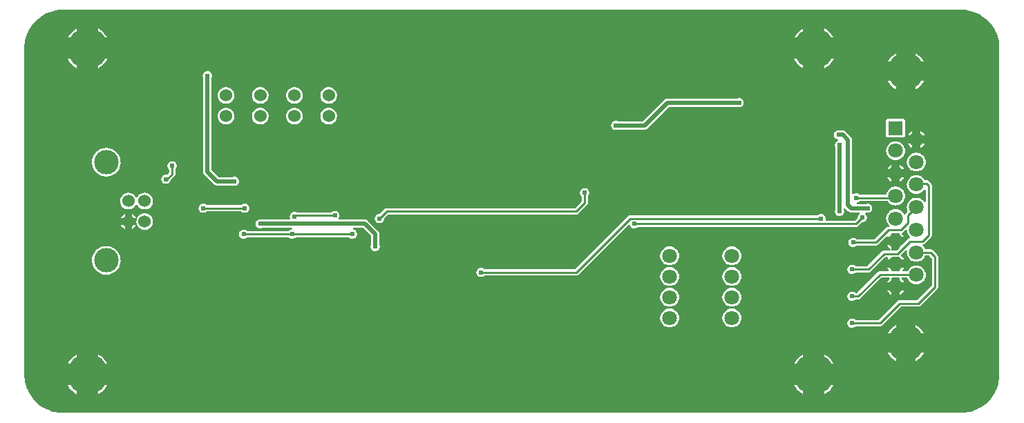
<source format=gbl>
G04 Layer: BottomLayer*
G04 EasyEDA v6.5.39, 2025-03-31 16:42:18*
G04 8c5cdcb6969146bda3c33439ce40f75b,8c5f514d37a848dc893bb94b3339d7fb,10*
G04 Gerber Generator version 0.2*
G04 Scale: 100 percent, Rotated: No, Reflected: No *
G04 Dimensions in millimeters *
G04 leading zeros omitted , absolute positions ,4 integer and 5 decimal *
%FSLAX45Y45*%
%MOMM*%

%ADD10C,0.2540*%
%ADD11C,0.5080*%
%ADD12C,1.8000*%
%ADD13R,1.8000X1.8000*%
%ADD14C,4.5000*%
%ADD15C,3.0000*%
%ADD16C,1.5240*%
%ADD17C,5.0000*%
%ADD18C,0.6200*%
%ADD19C,0.0104*%

%LPD*%
G36*
X493014Y5057038D02*
G01*
X462737Y5058003D01*
X433070Y5060797D01*
X403656Y5065522D01*
X374599Y5072024D01*
X345998Y5080355D01*
X318008Y5090464D01*
X290677Y5102301D01*
X264109Y5115814D01*
X238506Y5131003D01*
X213867Y5147767D01*
X190347Y5166055D01*
X168046Y5185765D01*
X147015Y5206796D01*
X127304Y5229148D01*
X109067Y5252720D01*
X92354Y5277358D01*
X77216Y5303012D01*
X63703Y5329529D01*
X51917Y5356910D01*
X41808Y5384901D01*
X33528Y5413502D01*
X27076Y5442610D01*
X22402Y5472023D01*
X19659Y5501640D01*
X18694Y5531662D01*
X18694Y9530537D01*
X19659Y9561169D01*
X22504Y9590836D01*
X27178Y9620250D01*
X33680Y9649307D01*
X42011Y9677908D01*
X52120Y9705898D01*
X64008Y9733229D01*
X77520Y9759746D01*
X92710Y9785400D01*
X109474Y9809988D01*
X127711Y9833508D01*
X147421Y9855860D01*
X168503Y9876891D01*
X190855Y9896602D01*
X214426Y9914839D01*
X239064Y9931552D01*
X264718Y9946690D01*
X291236Y9960203D01*
X318566Y9971989D01*
X346608Y9982047D01*
X375208Y9990378D01*
X404266Y9996830D01*
X433679Y10001453D01*
X463346Y10004247D01*
X493369Y10005212D01*
X11492230Y10005212D01*
X11522862Y10004196D01*
X11552529Y10001402D01*
X11581942Y9996728D01*
X11611000Y9990175D01*
X11639550Y9981844D01*
X11667591Y9971786D01*
X11694922Y9959898D01*
X11721439Y9946386D01*
X11747042Y9931196D01*
X11771680Y9914432D01*
X11795201Y9896195D01*
X11817553Y9876485D01*
X11838584Y9855403D01*
X11858244Y9833051D01*
X11876481Y9809480D01*
X11893194Y9784842D01*
X11908383Y9759188D01*
X11921845Y9732670D01*
X11933682Y9705340D01*
X11943740Y9677298D01*
X11952020Y9648698D01*
X11958523Y9619640D01*
X11963146Y9590176D01*
X11965940Y9560560D01*
X11966854Y9530537D01*
X11966854Y5531662D01*
X11965889Y5501030D01*
X11963044Y5471363D01*
X11958370Y5441950D01*
X11951868Y5412892D01*
X11943537Y5384292D01*
X11933428Y5356301D01*
X11921591Y5328970D01*
X11908028Y5302453D01*
X11892889Y5276799D01*
X11876125Y5252212D01*
X11857837Y5228691D01*
X11838127Y5206339D01*
X11817045Y5185308D01*
X11794693Y5165648D01*
X11771172Y5147411D01*
X11746534Y5130647D01*
X11720880Y5115509D01*
X11694312Y5102047D01*
X11666982Y5090210D01*
X11638991Y5080152D01*
X11610340Y5071872D01*
X11581282Y5065369D01*
X11551869Y5060746D01*
X11522202Y5057952D01*
X11492230Y5057038D01*
G37*

%LPC*%
G36*
X9824110Y5288635D02*
G01*
X9840620Y5298135D01*
X9859568Y5311343D01*
X9877399Y5326075D01*
X9893909Y5342229D01*
X9908997Y5359755D01*
X9922560Y5378450D01*
X9934549Y5398211D01*
X9935311Y5399735D01*
X9824110Y5399735D01*
G37*
G36*
X924153Y5288635D02*
G01*
X940612Y5298135D01*
X959612Y5311343D01*
X977392Y5326075D01*
X993902Y5342229D01*
X1009040Y5359755D01*
X1022603Y5378450D01*
X1034592Y5398211D01*
X1035354Y5399735D01*
X924153Y5399735D01*
G37*
G36*
X9561423Y5288737D02*
G01*
X9561423Y5399735D01*
X9450425Y5399735D01*
X9456775Y5388203D01*
X9469577Y5368950D01*
X9483902Y5350814D01*
X9499752Y5334000D01*
X9516922Y5318506D01*
X9535312Y5304536D01*
X9554819Y5292191D01*
G37*
G36*
X661466Y5288737D02*
G01*
X661466Y5399735D01*
X550418Y5399735D01*
X556818Y5388203D01*
X569569Y5368950D01*
X583946Y5350814D01*
X599744Y5334000D01*
X616915Y5318506D01*
X635355Y5304536D01*
X654862Y5292191D01*
G37*
G36*
X9450425Y5662472D02*
G01*
X9561423Y5662472D01*
X9561423Y5773470D01*
X9554819Y5770067D01*
X9535312Y5757672D01*
X9516922Y5743702D01*
X9499752Y5728208D01*
X9483902Y5711393D01*
X9469577Y5693257D01*
X9456775Y5674055D01*
G37*
G36*
X550418Y5662472D02*
G01*
X661466Y5662472D01*
X661466Y5773470D01*
X654862Y5770067D01*
X635355Y5757672D01*
X616915Y5743702D01*
X599744Y5728208D01*
X583946Y5711393D01*
X569569Y5693257D01*
X556818Y5674055D01*
G37*
G36*
X924153Y5662472D02*
G01*
X1035354Y5662472D01*
X1034592Y5664047D01*
X1022603Y5683808D01*
X1009040Y5702503D01*
X993902Y5719978D01*
X977392Y5736132D01*
X959612Y5750864D01*
X940612Y5764072D01*
X924153Y5773572D01*
G37*
G36*
X9824110Y5662472D02*
G01*
X9935311Y5662472D01*
X9934549Y5664047D01*
X9922560Y5683808D01*
X9908997Y5702503D01*
X9893909Y5719978D01*
X9877399Y5736132D01*
X9859568Y5750864D01*
X9840620Y5764072D01*
X9824110Y5773572D01*
G37*
G36*
X10701528Y5695188D02*
G01*
X10701528Y5797042D01*
X10599674Y5797042D01*
X10603128Y5790438D01*
X10614863Y5771997D01*
X10628172Y5754624D01*
X10642955Y5738520D01*
X10659110Y5723737D01*
X10676483Y5710377D01*
X10694924Y5698642D01*
G37*
G36*
X10939221Y5695188D02*
G01*
X10945825Y5698642D01*
X10964316Y5710377D01*
X10981690Y5723737D01*
X10997793Y5738520D01*
X11012576Y5754624D01*
X11025936Y5771997D01*
X11037671Y5790438D01*
X11041126Y5797042D01*
X10939221Y5797042D01*
G37*
G36*
X10599674Y6034786D02*
G01*
X10701528Y6034786D01*
X10701528Y6136640D01*
X10694924Y6133185D01*
X10676483Y6121450D01*
X10659110Y6108090D01*
X10642955Y6093307D01*
X10628172Y6077204D01*
X10614863Y6059830D01*
X10603128Y6041339D01*
G37*
G36*
X10939221Y6034786D02*
G01*
X11041126Y6034786D01*
X11037671Y6041339D01*
X11025936Y6059830D01*
X11012576Y6077204D01*
X10997793Y6093307D01*
X10981690Y6108090D01*
X10964316Y6121450D01*
X10945825Y6133185D01*
X10939221Y6136640D01*
G37*
G36*
X10162438Y6102654D02*
G01*
X10171988Y6103924D01*
X10181183Y6106718D01*
X10189819Y6111087D01*
X10201859Y6120079D01*
X10205821Y6120892D01*
X10502392Y6120892D01*
X10510418Y6121704D01*
X10517632Y6123889D01*
X10524337Y6127445D01*
X10530535Y6132576D01*
X10757204Y6359194D01*
X10760506Y6361430D01*
X10764418Y6362192D01*
X10972292Y6362192D01*
X10980318Y6363004D01*
X10987532Y6365189D01*
X10994237Y6368745D01*
X11000435Y6373876D01*
X11202924Y6576364D01*
X11208054Y6582562D01*
X11211610Y6589268D01*
X11213795Y6596481D01*
X11214608Y6604508D01*
X11214608Y6971792D01*
X11213795Y6979818D01*
X11211610Y6987031D01*
X11208054Y6993737D01*
X11202924Y6999935D01*
X11148263Y7054596D01*
X11142065Y7059726D01*
X11135360Y7063282D01*
X11128146Y7065467D01*
X11120120Y7066280D01*
X11063376Y7066280D01*
X11059464Y7067092D01*
X11056162Y7069328D01*
X11053927Y7072680D01*
X11052251Y7076998D01*
X11045240Y7089749D01*
X11036706Y7101535D01*
X11029492Y7109155D01*
X11027359Y7112660D01*
X11026749Y7116724D01*
X11027816Y7120686D01*
X11030356Y7123887D01*
X11033963Y7125868D01*
X11038332Y7127189D01*
X11045037Y7130745D01*
X11051235Y7135875D01*
X11126724Y7211364D01*
X11131854Y7217562D01*
X11135410Y7224268D01*
X11137595Y7231481D01*
X11138408Y7239508D01*
X11138408Y7848092D01*
X11137595Y7856118D01*
X11135410Y7863331D01*
X11131854Y7870037D01*
X11126724Y7876235D01*
X11102035Y7900924D01*
X11095837Y7906054D01*
X11089132Y7909610D01*
X11081918Y7911795D01*
X11073892Y7912608D01*
X11055705Y7912608D01*
X11052200Y7913268D01*
X11049101Y7915097D01*
X11046815Y7917891D01*
X11045240Y7920736D01*
X11036706Y7932521D01*
X11026749Y7943138D01*
X11015522Y7952384D01*
X11003229Y7960207D01*
X10990072Y7966405D01*
X10976203Y7970875D01*
X10961928Y7973618D01*
X10947400Y7974533D01*
X10932871Y7973618D01*
X10918596Y7970875D01*
X10904728Y7966405D01*
X10891570Y7960207D01*
X10879277Y7952384D01*
X10868050Y7943138D01*
X10858093Y7932521D01*
X10849559Y7920736D01*
X10842548Y7907985D01*
X10837164Y7894472D01*
X10833557Y7880350D01*
X10831728Y7865922D01*
X10831728Y7851343D01*
X10833557Y7836916D01*
X10837164Y7822844D01*
X10842548Y7809280D01*
X10849559Y7796530D01*
X10858093Y7784744D01*
X10868050Y7774178D01*
X10879277Y7764881D01*
X10891570Y7757109D01*
X10904728Y7750911D01*
X10918596Y7746390D01*
X10932871Y7743647D01*
X10947400Y7742732D01*
X10961928Y7743647D01*
X10976203Y7746390D01*
X10990072Y7750911D01*
X11003229Y7757109D01*
X11015522Y7764881D01*
X11026749Y7774178D01*
X11036706Y7784744D01*
X11042802Y7793177D01*
X11045952Y7796022D01*
X11049965Y7797342D01*
X11054181Y7796885D01*
X11057839Y7794752D01*
X11060328Y7791348D01*
X11061192Y7787233D01*
X11061192Y7653070D01*
X11060328Y7648905D01*
X11057839Y7645501D01*
X11054181Y7643368D01*
X11049965Y7642961D01*
X11045952Y7644231D01*
X11042802Y7647076D01*
X11036706Y7655509D01*
X11026749Y7666126D01*
X11015522Y7675372D01*
X11003229Y7683195D01*
X10990072Y7689392D01*
X10976203Y7693863D01*
X10961928Y7696606D01*
X10947400Y7697520D01*
X10932871Y7696606D01*
X10918596Y7693863D01*
X10904728Y7689392D01*
X10891570Y7683195D01*
X10879277Y7675372D01*
X10868050Y7666126D01*
X10858093Y7655509D01*
X10849559Y7643723D01*
X10842548Y7630972D01*
X10837164Y7617459D01*
X10833557Y7603337D01*
X10831728Y7588910D01*
X10831728Y7574381D01*
X10833557Y7559903D01*
X10837164Y7545831D01*
X10840313Y7537856D01*
X10841024Y7533995D01*
X10840262Y7530185D01*
X10838078Y7526934D01*
X10818876Y7507731D01*
X10813745Y7501483D01*
X10812475Y7499146D01*
X10809681Y7495844D01*
X10805769Y7494016D01*
X10801451Y7494016D01*
X10797489Y7495794D01*
X10794644Y7499045D01*
X10791240Y7505242D01*
X10782655Y7516977D01*
X10772698Y7527594D01*
X10761522Y7536891D01*
X10749229Y7544663D01*
X10736072Y7550861D01*
X10722203Y7555382D01*
X10707928Y7558125D01*
X10693400Y7559040D01*
X10678871Y7558125D01*
X10664545Y7555382D01*
X10650728Y7550861D01*
X10637570Y7544663D01*
X10625277Y7536891D01*
X10614050Y7527594D01*
X10604093Y7516977D01*
X10595559Y7505242D01*
X10588548Y7492492D01*
X10583164Y7478928D01*
X10579557Y7464856D01*
X10577728Y7450378D01*
X10577728Y7435850D01*
X10579557Y7421422D01*
X10583164Y7407300D01*
X10588548Y7393787D01*
X10595559Y7381036D01*
X10604093Y7369251D01*
X10614456Y7358227D01*
X10616539Y7354925D01*
X10617200Y7351064D01*
X10616387Y7347254D01*
X10614152Y7344003D01*
X10610900Y7341870D01*
X10607040Y7341108D01*
X10605008Y7341108D01*
X10596981Y7340295D01*
X10589768Y7338110D01*
X10583062Y7334554D01*
X10576864Y7329424D01*
X10439095Y7191705D01*
X10435793Y7189470D01*
X10431881Y7188708D01*
X10218521Y7188708D01*
X10214559Y7189520D01*
X10202519Y7198512D01*
X10193883Y7202881D01*
X10184688Y7205675D01*
X10175138Y7206945D01*
X10165486Y7206488D01*
X10156037Y7204456D01*
X10147096Y7200900D01*
X10138867Y7195820D01*
X10131653Y7189470D01*
X10125557Y7181951D01*
X10120884Y7173518D01*
X10117683Y7164425D01*
X10116058Y7154925D01*
X10116058Y7145274D01*
X10117683Y7135774D01*
X10120884Y7126681D01*
X10125557Y7118248D01*
X10131653Y7110730D01*
X10138867Y7104380D01*
X10147096Y7099300D01*
X10156037Y7095744D01*
X10165486Y7093712D01*
X10175138Y7093254D01*
X10184688Y7094524D01*
X10193883Y7097318D01*
X10202519Y7101687D01*
X10214559Y7110679D01*
X10218521Y7111492D01*
X10451592Y7111492D01*
X10459618Y7112304D01*
X10466832Y7114489D01*
X10473537Y7118045D01*
X10479735Y7123175D01*
X10571124Y7214514D01*
X10574426Y7216749D01*
X10578338Y7217511D01*
X10642041Y7217511D01*
X10642041Y7253731D01*
X10642803Y7257643D01*
X10645038Y7260894D01*
X10648289Y7263130D01*
X10652201Y7263892D01*
X10734598Y7263892D01*
X10738459Y7263130D01*
X10741761Y7260894D01*
X10743946Y7257643D01*
X10744758Y7253731D01*
X10744758Y7217511D01*
X10797133Y7217511D01*
X10791240Y7228230D01*
X10782655Y7240016D01*
X10772698Y7250633D01*
X10769549Y7254240D01*
X10768380Y7258050D01*
X10768787Y7262012D01*
X10770666Y7265466D01*
X10773714Y7268006D01*
X10778337Y7270445D01*
X10784535Y7275575D01*
X10814405Y7305395D01*
X10817707Y7307580D01*
X10821568Y7308342D01*
X10825480Y7307580D01*
X10828782Y7305395D01*
X10830966Y7302093D01*
X10833557Y7282942D01*
X10837164Y7268819D01*
X10842548Y7255306D01*
X10849559Y7242556D01*
X10858093Y7230770D01*
X10868050Y7220153D01*
X10869930Y7218629D01*
X10872419Y7215581D01*
X10873536Y7211771D01*
X10873181Y7207859D01*
X10871301Y7204354D01*
X10868202Y7201865D01*
X10856468Y7198410D01*
X10849762Y7194854D01*
X10843564Y7189724D01*
X10771581Y7117791D01*
X10768279Y7115556D01*
X10764418Y7114794D01*
X10744758Y7114794D01*
X10744758Y7095134D01*
X10743946Y7091273D01*
X10741761Y7087971D01*
X10705795Y7052005D01*
X10702493Y7049770D01*
X10698581Y7049008D01*
X10652201Y7049008D01*
X10648289Y7049770D01*
X10645038Y7052005D01*
X10642803Y7055256D01*
X10642041Y7059168D01*
X10642041Y7114794D01*
X10589615Y7114794D01*
X10595559Y7104075D01*
X10604093Y7092289D01*
X10614050Y7081672D01*
X10625277Y7072426D01*
X10632592Y7067753D01*
X10635691Y7064705D01*
X10637215Y7060641D01*
X10636910Y7056323D01*
X10634878Y7052513D01*
X10631373Y7049922D01*
X10627156Y7049008D01*
X10554208Y7049008D01*
X10546181Y7048195D01*
X10538968Y7046010D01*
X10532262Y7042454D01*
X10526064Y7037324D01*
X10350195Y6861505D01*
X10346893Y6859270D01*
X10342981Y6858508D01*
X10205821Y6858508D01*
X10201859Y6859320D01*
X10189819Y6868312D01*
X10181183Y6872681D01*
X10171988Y6875475D01*
X10162438Y6876745D01*
X10152786Y6876288D01*
X10143337Y6874256D01*
X10134396Y6870700D01*
X10126167Y6865620D01*
X10118953Y6859270D01*
X10112857Y6851751D01*
X10108184Y6843318D01*
X10104983Y6834225D01*
X10103358Y6824725D01*
X10103358Y6815074D01*
X10104983Y6805574D01*
X10108184Y6796481D01*
X10112857Y6788048D01*
X10118953Y6780530D01*
X10126167Y6774180D01*
X10134396Y6769100D01*
X10143337Y6765544D01*
X10152786Y6763512D01*
X10162438Y6763054D01*
X10171988Y6764324D01*
X10181183Y6767118D01*
X10189819Y6771487D01*
X10201859Y6780479D01*
X10205821Y6781292D01*
X10362692Y6781292D01*
X10370718Y6782104D01*
X10377932Y6784289D01*
X10384637Y6787845D01*
X10390835Y6792975D01*
X10566704Y6968794D01*
X10570006Y6971030D01*
X10573918Y6971792D01*
X10590530Y6971792D01*
X10594848Y6970826D01*
X10598353Y6968083D01*
X10600385Y6964172D01*
X10600537Y6959752D01*
X10598759Y6955637D01*
X10595559Y6951218D01*
X10589615Y6940499D01*
X10642041Y6940499D01*
X10642041Y6961631D01*
X10642803Y6965543D01*
X10645038Y6968794D01*
X10648289Y6971030D01*
X10652201Y6971792D01*
X10718292Y6971792D01*
X10726318Y6972604D01*
X10731652Y6974179D01*
X10735360Y6974586D01*
X10739018Y6973620D01*
X10742015Y6971385D01*
X10744047Y6968185D01*
X10744758Y6964476D01*
X10744758Y6940499D01*
X10797133Y6940499D01*
X10791240Y6951218D01*
X10782655Y6963003D01*
X10772698Y6973620D01*
X10761573Y6982866D01*
X10758932Y6986117D01*
X10757865Y6990181D01*
X10758576Y6994347D01*
X10760862Y6997852D01*
X10815624Y7052665D01*
X10819130Y7054900D01*
X10823244Y7055612D01*
X10827308Y7054596D01*
X10830610Y7052005D01*
X10832592Y7048347D01*
X10832896Y7044181D01*
X10831728Y7034936D01*
X10831728Y7020356D01*
X10833557Y7005929D01*
X10837164Y6991858D01*
X10842548Y6978294D01*
X10849559Y6965543D01*
X10858093Y6953758D01*
X10868050Y6943191D01*
X10879277Y6933895D01*
X10891570Y6926072D01*
X10904728Y6919874D01*
X10918596Y6915403D01*
X10932871Y6912660D01*
X10947400Y6911746D01*
X10961928Y6912660D01*
X10976203Y6915403D01*
X10990072Y6919874D01*
X11003229Y6926072D01*
X11015522Y6933895D01*
X11026749Y6943191D01*
X11036706Y6953758D01*
X11045240Y6965543D01*
X11052251Y6978294D01*
X11053978Y6982663D01*
X11056162Y6986016D01*
X11059464Y6988251D01*
X11063427Y6989064D01*
X11100409Y6989064D01*
X11104321Y6988302D01*
X11107623Y6986066D01*
X11134394Y6959295D01*
X11136630Y6955993D01*
X11137392Y6952081D01*
X11137392Y6624218D01*
X11136630Y6620306D01*
X11134394Y6617004D01*
X10959795Y6442405D01*
X10956493Y6440170D01*
X10952581Y6439408D01*
X10744708Y6439408D01*
X10736681Y6438595D01*
X10729468Y6436410D01*
X10722762Y6432854D01*
X10716564Y6427724D01*
X10489895Y6201105D01*
X10486593Y6198870D01*
X10482681Y6198108D01*
X10205821Y6198108D01*
X10201859Y6198920D01*
X10189819Y6207912D01*
X10181183Y6212281D01*
X10171988Y6215075D01*
X10162438Y6216345D01*
X10152786Y6215888D01*
X10143337Y6213856D01*
X10134396Y6210300D01*
X10126167Y6205220D01*
X10118953Y6198870D01*
X10112857Y6191351D01*
X10108184Y6182918D01*
X10104983Y6173825D01*
X10103358Y6164326D01*
X10103358Y6154674D01*
X10104983Y6145174D01*
X10108184Y6136081D01*
X10112857Y6127648D01*
X10118953Y6120130D01*
X10126167Y6113780D01*
X10134396Y6108700D01*
X10143337Y6105144D01*
X10152786Y6103112D01*
G37*
G36*
X8686800Y6107125D02*
G01*
X8701328Y6108039D01*
X8715603Y6110732D01*
X8729472Y6115253D01*
X8742629Y6121450D01*
X8754922Y6129223D01*
X8766149Y6138519D01*
X8776106Y6149136D01*
X8784640Y6160922D01*
X8791651Y6173673D01*
X8797036Y6187186D01*
X8800642Y6201308D01*
X8802471Y6215735D01*
X8802471Y6230264D01*
X8800642Y6244691D01*
X8797036Y6258814D01*
X8791651Y6272326D01*
X8784640Y6285077D01*
X8776106Y6296863D01*
X8766149Y6307480D01*
X8754922Y6316776D01*
X8742629Y6324549D01*
X8729472Y6330746D01*
X8715603Y6335268D01*
X8701328Y6337960D01*
X8686800Y6338874D01*
X8672271Y6337960D01*
X8657996Y6335268D01*
X8644128Y6330746D01*
X8630970Y6324549D01*
X8618677Y6316776D01*
X8607450Y6307480D01*
X8597493Y6296863D01*
X8588959Y6285077D01*
X8581948Y6272326D01*
X8576564Y6258814D01*
X8572957Y6244691D01*
X8571128Y6230264D01*
X8571128Y6215735D01*
X8572957Y6201308D01*
X8576564Y6187186D01*
X8581948Y6173673D01*
X8588959Y6160922D01*
X8597493Y6149136D01*
X8607450Y6138519D01*
X8618677Y6129223D01*
X8630970Y6121450D01*
X8644128Y6115253D01*
X8657996Y6110732D01*
X8672271Y6108039D01*
G37*
G36*
X7924800Y6107125D02*
G01*
X7939328Y6108039D01*
X7953603Y6110732D01*
X7967472Y6115253D01*
X7980629Y6121450D01*
X7992922Y6129223D01*
X8004149Y6138519D01*
X8014106Y6149136D01*
X8022640Y6160922D01*
X8029651Y6173673D01*
X8035036Y6187186D01*
X8038642Y6201308D01*
X8040471Y6215735D01*
X8040471Y6230264D01*
X8038642Y6244691D01*
X8035036Y6258814D01*
X8029651Y6272326D01*
X8022640Y6285077D01*
X8014106Y6296863D01*
X8004149Y6307480D01*
X7992922Y6316776D01*
X7980629Y6324549D01*
X7967472Y6330746D01*
X7953603Y6335268D01*
X7939328Y6337960D01*
X7924800Y6338874D01*
X7910271Y6337960D01*
X7895996Y6335268D01*
X7882128Y6330746D01*
X7868970Y6324549D01*
X7856677Y6316776D01*
X7845450Y6307480D01*
X7835493Y6296863D01*
X7826959Y6285077D01*
X7819948Y6272326D01*
X7814564Y6258814D01*
X7810957Y6244691D01*
X7809128Y6230264D01*
X7809128Y6215735D01*
X7810957Y6201308D01*
X7814564Y6187186D01*
X7819948Y6173673D01*
X7826959Y6160922D01*
X7835493Y6149136D01*
X7845450Y6138519D01*
X7856677Y6129223D01*
X7868970Y6121450D01*
X7882128Y6115253D01*
X7895996Y6110732D01*
X7910271Y6108039D01*
G37*
G36*
X8686800Y6361125D02*
G01*
X8701328Y6362039D01*
X8715603Y6364732D01*
X8729472Y6369253D01*
X8742629Y6375450D01*
X8754922Y6383223D01*
X8766149Y6392519D01*
X8776106Y6403136D01*
X8784640Y6414922D01*
X8791651Y6427673D01*
X8797036Y6441186D01*
X8800642Y6455308D01*
X8802471Y6469735D01*
X8802471Y6484264D01*
X8800642Y6498691D01*
X8797036Y6512814D01*
X8791651Y6526326D01*
X8784640Y6539077D01*
X8776106Y6550863D01*
X8766149Y6561480D01*
X8754922Y6570776D01*
X8742629Y6578549D01*
X8729472Y6584746D01*
X8715603Y6589268D01*
X8701328Y6591960D01*
X8686800Y6592874D01*
X8672271Y6591960D01*
X8657996Y6589268D01*
X8644128Y6584746D01*
X8630970Y6578549D01*
X8618677Y6570776D01*
X8607450Y6561480D01*
X8597493Y6550863D01*
X8588959Y6539077D01*
X8581948Y6526326D01*
X8576564Y6512814D01*
X8572957Y6498691D01*
X8571128Y6484264D01*
X8571128Y6469735D01*
X8572957Y6455308D01*
X8576564Y6441186D01*
X8581948Y6427673D01*
X8588959Y6414922D01*
X8597493Y6403136D01*
X8607450Y6392519D01*
X8618677Y6383223D01*
X8630970Y6375450D01*
X8644128Y6369253D01*
X8657996Y6364732D01*
X8672271Y6362039D01*
G37*
G36*
X7924800Y6361125D02*
G01*
X7939328Y6362039D01*
X7953603Y6364732D01*
X7967472Y6369253D01*
X7980629Y6375450D01*
X7992922Y6383223D01*
X8004149Y6392519D01*
X8014106Y6403136D01*
X8022640Y6414922D01*
X8029651Y6427673D01*
X8035036Y6441186D01*
X8038642Y6455308D01*
X8040471Y6469735D01*
X8040471Y6484264D01*
X8038642Y6498691D01*
X8035036Y6512814D01*
X8029651Y6526326D01*
X8022640Y6539077D01*
X8014106Y6550863D01*
X8004149Y6561480D01*
X7992922Y6570776D01*
X7980629Y6578549D01*
X7967472Y6584746D01*
X7953603Y6589268D01*
X7939328Y6591960D01*
X7924800Y6592874D01*
X7910271Y6591960D01*
X7895996Y6589268D01*
X7882128Y6584746D01*
X7868970Y6578549D01*
X7856677Y6570776D01*
X7845450Y6561480D01*
X7835493Y6550863D01*
X7826959Y6539077D01*
X7819948Y6526326D01*
X7814564Y6512814D01*
X7810957Y6498691D01*
X7809128Y6484264D01*
X7809128Y6469735D01*
X7810957Y6455308D01*
X7814564Y6441186D01*
X7819948Y6427673D01*
X7826959Y6414922D01*
X7835493Y6403136D01*
X7845450Y6392519D01*
X7856677Y6383223D01*
X7868970Y6375450D01*
X7882128Y6369253D01*
X7895996Y6364732D01*
X7910271Y6362039D01*
G37*
G36*
X10162438Y6432854D02*
G01*
X10171988Y6434124D01*
X10181183Y6436918D01*
X10189819Y6441287D01*
X10201859Y6450279D01*
X10205821Y6451092D01*
X10235692Y6451092D01*
X10243718Y6451904D01*
X10250932Y6454089D01*
X10257637Y6457645D01*
X10263835Y6462776D01*
X10515904Y6714794D01*
X10519206Y6717030D01*
X10523118Y6717792D01*
X10611408Y6717792D01*
X10615422Y6716979D01*
X10618825Y6714591D01*
X10620959Y6711086D01*
X10621518Y6706971D01*
X10620451Y6703009D01*
X10617860Y6699808D01*
X10614050Y6696659D01*
X10604093Y6686042D01*
X10595559Y6674256D01*
X10589615Y6663537D01*
X10642041Y6663537D01*
X10642041Y6707631D01*
X10642803Y6711543D01*
X10645038Y6714794D01*
X10648289Y6717030D01*
X10652201Y6717792D01*
X10734598Y6717792D01*
X10738459Y6717030D01*
X10741761Y6714794D01*
X10743946Y6711543D01*
X10744758Y6707631D01*
X10744758Y6663537D01*
X10797133Y6663537D01*
X10791240Y6674256D01*
X10782655Y6686042D01*
X10772698Y6696659D01*
X10768888Y6699808D01*
X10766298Y6703009D01*
X10765231Y6706971D01*
X10765790Y6711086D01*
X10767974Y6714591D01*
X10771327Y6716979D01*
X10775391Y6717792D01*
X10829086Y6717792D01*
X10833049Y6716979D01*
X10836351Y6714744D01*
X10838535Y6711391D01*
X10842548Y6701281D01*
X10849559Y6688531D01*
X10858093Y6676796D01*
X10868050Y6666179D01*
X10879277Y6656882D01*
X10891570Y6649110D01*
X10904728Y6642912D01*
X10918596Y6638391D01*
X10932871Y6635699D01*
X10947400Y6634784D01*
X10961928Y6635699D01*
X10976203Y6638391D01*
X10990072Y6642912D01*
X11003229Y6649110D01*
X11015522Y6656882D01*
X11026749Y6666179D01*
X11036706Y6676796D01*
X11045240Y6688531D01*
X11052251Y6701281D01*
X11057636Y6714845D01*
X11061242Y6728917D01*
X11063071Y6743395D01*
X11063071Y6757924D01*
X11061242Y6772351D01*
X11057636Y6786473D01*
X11052251Y6799986D01*
X11045240Y6812737D01*
X11036706Y6824522D01*
X11026749Y6835140D01*
X11015522Y6844385D01*
X11003229Y6852208D01*
X10990072Y6858406D01*
X10976203Y6862876D01*
X10961928Y6865620D01*
X10947400Y6866534D01*
X10932871Y6865620D01*
X10918596Y6862876D01*
X10904728Y6858406D01*
X10891570Y6852208D01*
X10879277Y6844385D01*
X10868050Y6835140D01*
X10858093Y6824522D01*
X10849559Y6812737D01*
X10842701Y6800291D01*
X10840415Y6797497D01*
X10837316Y6795668D01*
X10833811Y6795008D01*
X10787126Y6795008D01*
X10783316Y6795770D01*
X10780014Y6797903D01*
X10777829Y6801154D01*
X10776966Y6804964D01*
X10777626Y6808825D01*
X10779709Y6812127D01*
X10782655Y6815277D01*
X10791240Y6827062D01*
X10797133Y6837781D01*
X10744758Y6837781D01*
X10744758Y6805168D01*
X10743946Y6801256D01*
X10741761Y6798005D01*
X10738459Y6795770D01*
X10734598Y6795008D01*
X10652201Y6795008D01*
X10648289Y6795770D01*
X10645038Y6798005D01*
X10642803Y6801256D01*
X10642041Y6805168D01*
X10642041Y6837781D01*
X10589615Y6837781D01*
X10595559Y6827062D01*
X10604093Y6815277D01*
X10607040Y6812127D01*
X10609122Y6808825D01*
X10609783Y6804964D01*
X10608970Y6801154D01*
X10606735Y6797903D01*
X10603484Y6795770D01*
X10599623Y6795008D01*
X10503408Y6795008D01*
X10495381Y6794195D01*
X10488168Y6792010D01*
X10481462Y6788454D01*
X10475264Y6783324D01*
X10223195Y6531305D01*
X10219893Y6529070D01*
X10215981Y6528307D01*
X10205821Y6528307D01*
X10201859Y6529120D01*
X10189819Y6538112D01*
X10181183Y6542481D01*
X10171988Y6545275D01*
X10162438Y6546545D01*
X10152786Y6546088D01*
X10143337Y6544056D01*
X10134396Y6540500D01*
X10126167Y6535420D01*
X10118953Y6529070D01*
X10112857Y6521551D01*
X10108184Y6513118D01*
X10104983Y6504025D01*
X10103358Y6494526D01*
X10103358Y6484874D01*
X10104983Y6475374D01*
X10108184Y6466281D01*
X10112857Y6457848D01*
X10118953Y6450330D01*
X10126167Y6443980D01*
X10134396Y6438900D01*
X10143337Y6435344D01*
X10152786Y6433312D01*
G37*
G36*
X10642041Y6508496D02*
G01*
X10642041Y6560820D01*
X10589615Y6560820D01*
X10595559Y6550050D01*
X10604093Y6538315D01*
X10614050Y6527698D01*
X10625277Y6518402D01*
X10637570Y6510629D01*
G37*
G36*
X10744758Y6508496D02*
G01*
X10749229Y6510629D01*
X10761522Y6518402D01*
X10772698Y6527698D01*
X10782655Y6538315D01*
X10791240Y6550050D01*
X10797133Y6560820D01*
X10744758Y6560820D01*
G37*
G36*
X8686800Y6615125D02*
G01*
X8701328Y6616039D01*
X8715603Y6618731D01*
X8729472Y6623253D01*
X8742629Y6629450D01*
X8754922Y6637223D01*
X8766149Y6646519D01*
X8776106Y6657136D01*
X8784640Y6668922D01*
X8791651Y6681673D01*
X8797036Y6695186D01*
X8800642Y6709308D01*
X8802471Y6723735D01*
X8802471Y6738264D01*
X8800642Y6752691D01*
X8797036Y6766814D01*
X8791651Y6780326D01*
X8784640Y6793077D01*
X8776106Y6804863D01*
X8766149Y6815480D01*
X8754922Y6824776D01*
X8742629Y6832549D01*
X8729472Y6838746D01*
X8715603Y6843268D01*
X8701328Y6845960D01*
X8686800Y6846874D01*
X8672271Y6845960D01*
X8657996Y6843268D01*
X8644128Y6838746D01*
X8630970Y6832549D01*
X8618677Y6824776D01*
X8607450Y6815480D01*
X8597493Y6804863D01*
X8588959Y6793077D01*
X8581948Y6780326D01*
X8576564Y6766814D01*
X8572957Y6752691D01*
X8571128Y6738264D01*
X8571128Y6723735D01*
X8572957Y6709308D01*
X8576564Y6695186D01*
X8581948Y6681673D01*
X8588959Y6668922D01*
X8597493Y6657136D01*
X8607450Y6646519D01*
X8618677Y6637223D01*
X8630970Y6629450D01*
X8644128Y6623253D01*
X8657996Y6618731D01*
X8672271Y6616039D01*
G37*
G36*
X7924800Y6615125D02*
G01*
X7939328Y6616039D01*
X7953603Y6618731D01*
X7967472Y6623253D01*
X7980629Y6629450D01*
X7992922Y6637223D01*
X8004149Y6646519D01*
X8014106Y6657136D01*
X8022640Y6668922D01*
X8029651Y6681673D01*
X8035036Y6695186D01*
X8038642Y6709308D01*
X8040471Y6723735D01*
X8040471Y6738264D01*
X8038642Y6752691D01*
X8035036Y6766814D01*
X8029651Y6780326D01*
X8022640Y6793077D01*
X8014106Y6804863D01*
X8004149Y6815480D01*
X7992922Y6824776D01*
X7980629Y6832549D01*
X7967472Y6838746D01*
X7953603Y6843268D01*
X7939328Y6845960D01*
X7924800Y6846874D01*
X7910271Y6845960D01*
X7895996Y6843268D01*
X7882128Y6838746D01*
X7868970Y6832549D01*
X7856677Y6824776D01*
X7845450Y6815480D01*
X7835493Y6804863D01*
X7826959Y6793077D01*
X7819948Y6780326D01*
X7814564Y6766814D01*
X7810957Y6752691D01*
X7809128Y6738264D01*
X7809128Y6723735D01*
X7810957Y6709308D01*
X7814564Y6695186D01*
X7819948Y6681673D01*
X7826959Y6668922D01*
X7835493Y6657136D01*
X7845450Y6646519D01*
X7856677Y6637223D01*
X7868970Y6629450D01*
X7882128Y6623253D01*
X7895996Y6618731D01*
X7910271Y6616039D01*
G37*
G36*
X5615838Y6724954D02*
G01*
X5625388Y6726224D01*
X5634583Y6729018D01*
X5643219Y6733387D01*
X5655259Y6742379D01*
X5659221Y6743192D01*
X6781292Y6743192D01*
X6789318Y6744004D01*
X6796531Y6746189D01*
X6803237Y6749745D01*
X6809435Y6754875D01*
X7421625Y7367016D01*
X7425029Y7369251D01*
X7428992Y7369962D01*
X7432954Y7369098D01*
X7436256Y7366711D01*
X7438390Y7363206D01*
X7441184Y7355281D01*
X7445857Y7346848D01*
X7451953Y7339330D01*
X7459167Y7332980D01*
X7467396Y7327900D01*
X7476337Y7324344D01*
X7485786Y7322312D01*
X7495438Y7321854D01*
X7504988Y7323124D01*
X7514183Y7325918D01*
X7522819Y7330287D01*
X7534859Y7339279D01*
X7538821Y7340092D01*
X10210292Y7340092D01*
X10218318Y7340904D01*
X10225532Y7343089D01*
X10232237Y7346645D01*
X10238435Y7351775D01*
X10281818Y7395108D01*
X10285323Y7397394D01*
X10298988Y7399324D01*
X10308183Y7402118D01*
X10316819Y7406487D01*
X10324592Y7412228D01*
X10331246Y7419187D01*
X10336631Y7427163D01*
X10340644Y7435951D01*
X10343032Y7445298D01*
X10343896Y7454900D01*
X10343032Y7464501D01*
X10340644Y7473848D01*
X10336631Y7482636D01*
X10331246Y7490612D01*
X10324287Y7497876D01*
X10322052Y7501534D01*
X10321493Y7505750D01*
X10322763Y7509865D01*
X10325608Y7513066D01*
X10329519Y7514844D01*
X10333786Y7514844D01*
X10343286Y7512812D01*
X10352938Y7512354D01*
X10362488Y7513624D01*
X10371683Y7516418D01*
X10380319Y7520787D01*
X10388092Y7526528D01*
X10394746Y7533487D01*
X10400131Y7541463D01*
X10404144Y7550251D01*
X10406532Y7559598D01*
X10407396Y7569200D01*
X10406532Y7578801D01*
X10404144Y7588148D01*
X10400131Y7596936D01*
X10394746Y7604912D01*
X10388092Y7611872D01*
X10380319Y7617612D01*
X10371683Y7621981D01*
X10362488Y7624775D01*
X10352938Y7626045D01*
X10343286Y7625588D01*
X10333837Y7623556D01*
X10328046Y7621219D01*
X10324236Y7620508D01*
X10225024Y7620508D01*
X10221010Y7621320D01*
X10217658Y7623657D01*
X10215473Y7627162D01*
X10214864Y7631226D01*
X10215930Y7635189D01*
X10218470Y7638440D01*
X10222077Y7640370D01*
X10231983Y7643418D01*
X10240619Y7647787D01*
X10252659Y7656779D01*
X10256621Y7657592D01*
X10590682Y7657592D01*
X10593832Y7657084D01*
X10596676Y7655661D01*
X10598912Y7653426D01*
X10604093Y7646263D01*
X10614050Y7635697D01*
X10625277Y7626400D01*
X10637570Y7618577D01*
X10650728Y7612380D01*
X10664545Y7607909D01*
X10678871Y7605166D01*
X10693400Y7604252D01*
X10707928Y7605166D01*
X10722203Y7607909D01*
X10736072Y7612380D01*
X10749229Y7618577D01*
X10761522Y7626400D01*
X10772698Y7635697D01*
X10782655Y7646263D01*
X10791240Y7658049D01*
X10798251Y7670800D01*
X10803585Y7684363D01*
X10807242Y7698435D01*
X10809071Y7712862D01*
X10809071Y7727442D01*
X10807242Y7741869D01*
X10803585Y7755940D01*
X10798251Y7769504D01*
X10791240Y7782255D01*
X10782655Y7794040D01*
X10772698Y7804607D01*
X10761522Y7813903D01*
X10749229Y7821726D01*
X10736072Y7827924D01*
X10722203Y7832394D01*
X10707928Y7835138D01*
X10693400Y7836052D01*
X10678871Y7835138D01*
X10664545Y7832394D01*
X10650728Y7827924D01*
X10637570Y7821726D01*
X10625277Y7813903D01*
X10614050Y7804607D01*
X10604093Y7794040D01*
X10595559Y7782255D01*
X10588548Y7769504D01*
X10583164Y7755940D01*
X10579709Y7742428D01*
X10577677Y7738516D01*
X10574172Y7735773D01*
X10569854Y7734808D01*
X10256621Y7734808D01*
X10252659Y7735620D01*
X10240619Y7744612D01*
X10231983Y7748981D01*
X10222788Y7751775D01*
X10213238Y7753045D01*
X10203586Y7752588D01*
X10194137Y7750556D01*
X10185196Y7747000D01*
X10176052Y7741259D01*
X10171988Y7739837D01*
X10167721Y7740192D01*
X10163962Y7742275D01*
X10161422Y7745730D01*
X10160508Y7749895D01*
X10160508Y8407196D01*
X10160304Y8411870D01*
X10159695Y8416290D01*
X10158730Y8420658D01*
X10157409Y8424926D01*
X10155682Y8429091D01*
X10153650Y8433054D01*
X10151211Y8436813D01*
X10148519Y8440369D01*
X10145318Y8443823D01*
X10082123Y8507018D01*
X10078669Y8510219D01*
X10075113Y8512911D01*
X10071354Y8515350D01*
X10067391Y8517382D01*
X10063226Y8519109D01*
X10058958Y8520430D01*
X10054590Y8521395D01*
X10050170Y8522004D01*
X10045496Y8522208D01*
X10021417Y8522208D01*
X10019080Y8522462D01*
X10016083Y8523681D01*
X10006888Y8526475D01*
X9997338Y8527745D01*
X9987686Y8527288D01*
X9978237Y8525256D01*
X9969296Y8521700D01*
X9961067Y8516620D01*
X9953853Y8510270D01*
X9947757Y8502751D01*
X9943084Y8494318D01*
X9939883Y8485225D01*
X9938258Y8475726D01*
X9938258Y8466074D01*
X9939883Y8456574D01*
X9943084Y8447481D01*
X9947757Y8439048D01*
X9953853Y8431530D01*
X9961067Y8425180D01*
X9969296Y8420100D01*
X9978237Y8416544D01*
X9983622Y8415375D01*
X9987534Y8413597D01*
X9990378Y8410397D01*
X9991598Y8406282D01*
X9991090Y8402066D01*
X9988804Y8398408D01*
X9985298Y8396020D01*
X9981996Y8394700D01*
X9973767Y8389620D01*
X9966553Y8383270D01*
X9960457Y8375751D01*
X9955784Y8367318D01*
X9952583Y8358225D01*
X9950958Y8348725D01*
X9950958Y8339074D01*
X9952583Y8329574D01*
X9955733Y8320633D01*
X9956292Y8317280D01*
X9956292Y7557719D01*
X9955733Y7554366D01*
X9952583Y7545425D01*
X9950958Y7535925D01*
X9950958Y7526274D01*
X9952583Y7516774D01*
X9955784Y7507681D01*
X9960457Y7499248D01*
X9966553Y7491730D01*
X9973767Y7485380D01*
X9981996Y7480300D01*
X9990937Y7476744D01*
X10000386Y7474712D01*
X10010038Y7474254D01*
X10019588Y7475524D01*
X10028783Y7478318D01*
X10037419Y7482687D01*
X10045192Y7488428D01*
X10051846Y7495387D01*
X10057231Y7503363D01*
X10061244Y7512151D01*
X10063632Y7521498D01*
X10064496Y7531100D01*
X10063632Y7540701D01*
X10061244Y7550048D01*
X10059822Y7553198D01*
X10058908Y7557363D01*
X10058908Y7560513D01*
X10059670Y7564374D01*
X10061905Y7567675D01*
X10065156Y7569911D01*
X10069068Y7570673D01*
X10072979Y7569911D01*
X10076230Y7567675D01*
X10110876Y7533081D01*
X10114330Y7529880D01*
X10117886Y7527188D01*
X10121646Y7524750D01*
X10125608Y7522718D01*
X10129774Y7520990D01*
X10134041Y7519670D01*
X10138410Y7518704D01*
X10142829Y7518095D01*
X10147503Y7517892D01*
X10245902Y7517892D01*
X10249865Y7517079D01*
X10253218Y7514742D01*
X10255402Y7511338D01*
X10256012Y7507325D01*
X10255046Y7503363D01*
X10252608Y7500112D01*
X10245953Y7494270D01*
X10239857Y7486751D01*
X10235184Y7478318D01*
X10231983Y7469225D01*
X10230358Y7459725D01*
X10230358Y7457033D01*
X10229545Y7453172D01*
X10227360Y7449870D01*
X10197795Y7420305D01*
X10194493Y7418070D01*
X10190581Y7417308D01*
X9844227Y7417308D01*
X9840569Y7417968D01*
X9837420Y7419898D01*
X9835184Y7422794D01*
X9834118Y7426350D01*
X9834372Y7430008D01*
X9835032Y7432598D01*
X9835896Y7442200D01*
X9835032Y7451801D01*
X9832644Y7461148D01*
X9828631Y7469936D01*
X9823246Y7477912D01*
X9816592Y7484872D01*
X9808819Y7490612D01*
X9800183Y7494981D01*
X9790988Y7497775D01*
X9781438Y7499045D01*
X9771786Y7498588D01*
X9762337Y7496556D01*
X9753396Y7493000D01*
X9745167Y7487920D01*
X9739985Y7483348D01*
X9736836Y7481468D01*
X9733280Y7480808D01*
X7442708Y7480808D01*
X7434681Y7479995D01*
X7427468Y7477810D01*
X7420762Y7474254D01*
X7414564Y7469124D01*
X6768795Y6823405D01*
X6765493Y6821170D01*
X6761581Y6820408D01*
X5659221Y6820408D01*
X5655259Y6821220D01*
X5643219Y6830212D01*
X5634583Y6834581D01*
X5625388Y6837375D01*
X5615838Y6838645D01*
X5606186Y6838188D01*
X5596737Y6836156D01*
X5587796Y6832600D01*
X5579567Y6827520D01*
X5572353Y6821170D01*
X5566257Y6813651D01*
X5561584Y6805218D01*
X5558383Y6796125D01*
X5556758Y6786625D01*
X5556758Y6776974D01*
X5558383Y6767474D01*
X5561584Y6758381D01*
X5566257Y6749948D01*
X5572353Y6742430D01*
X5579567Y6736080D01*
X5587796Y6731000D01*
X5596737Y6727444D01*
X5606186Y6725412D01*
G37*
G36*
X1021791Y6753199D02*
G01*
X1039876Y6754114D01*
X1057808Y6756908D01*
X1075283Y6761530D01*
X1092250Y6767931D01*
X1108456Y6776008D01*
X1123696Y6785711D01*
X1137920Y6796938D01*
X1150874Y6809587D01*
X1162507Y6823506D01*
X1172616Y6838543D01*
X1181100Y6854494D01*
X1187958Y6871309D01*
X1192987Y6888683D01*
X1196238Y6906514D01*
X1197660Y6924548D01*
X1197152Y6942632D01*
X1194866Y6960616D01*
X1190701Y6978243D01*
X1184757Y6995363D01*
X1177086Y7011771D01*
X1167739Y7027265D01*
X1156868Y7041743D01*
X1144574Y7055053D01*
X1130960Y7066991D01*
X1116228Y7077506D01*
X1100429Y7086396D01*
X1083868Y7093661D01*
X1066596Y7099198D01*
X1048867Y7102856D01*
X1030833Y7104735D01*
X1012748Y7104735D01*
X994714Y7102856D01*
X976985Y7099198D01*
X959764Y7093661D01*
X943152Y7086396D01*
X927404Y7077506D01*
X912621Y7066991D01*
X899058Y7055053D01*
X886714Y7041743D01*
X875893Y7027265D01*
X866546Y7011771D01*
X858875Y6995363D01*
X852932Y6978243D01*
X848766Y6960616D01*
X846429Y6942632D01*
X845972Y6924548D01*
X847344Y6906514D01*
X850595Y6888683D01*
X855675Y6871309D01*
X862482Y6854494D01*
X871016Y6838543D01*
X881126Y6823506D01*
X892708Y6809587D01*
X905662Y6796938D01*
X919886Y6785711D01*
X935177Y6776008D01*
X951382Y6767931D01*
X968298Y6761530D01*
X985824Y6756908D01*
X1003706Y6754114D01*
G37*
G36*
X8686800Y6869125D02*
G01*
X8701328Y6870039D01*
X8715603Y6872731D01*
X8729472Y6877253D01*
X8742629Y6883450D01*
X8754922Y6891223D01*
X8766149Y6900519D01*
X8776106Y6911136D01*
X8784640Y6922922D01*
X8791651Y6935673D01*
X8797036Y6949186D01*
X8800642Y6963308D01*
X8802471Y6977735D01*
X8802471Y6992264D01*
X8800642Y7006691D01*
X8797036Y7020814D01*
X8791651Y7034326D01*
X8784640Y7047077D01*
X8776106Y7058863D01*
X8766149Y7069480D01*
X8754922Y7078776D01*
X8742629Y7086549D01*
X8729472Y7092746D01*
X8715603Y7097268D01*
X8701328Y7099960D01*
X8686800Y7100874D01*
X8672271Y7099960D01*
X8657996Y7097268D01*
X8644128Y7092746D01*
X8630970Y7086549D01*
X8618677Y7078776D01*
X8607450Y7069480D01*
X8597493Y7058863D01*
X8588959Y7047077D01*
X8581948Y7034326D01*
X8576564Y7020814D01*
X8572957Y7006691D01*
X8571128Y6992264D01*
X8571128Y6977735D01*
X8572957Y6963308D01*
X8576564Y6949186D01*
X8581948Y6935673D01*
X8588959Y6922922D01*
X8597493Y6911136D01*
X8607450Y6900519D01*
X8618677Y6891223D01*
X8630970Y6883450D01*
X8644128Y6877253D01*
X8657996Y6872731D01*
X8672271Y6870039D01*
G37*
G36*
X7924800Y6869125D02*
G01*
X7939328Y6870039D01*
X7953603Y6872731D01*
X7967472Y6877253D01*
X7980629Y6883450D01*
X7992922Y6891223D01*
X8004149Y6900519D01*
X8014106Y6911136D01*
X8022640Y6922922D01*
X8029651Y6935673D01*
X8035036Y6949186D01*
X8038642Y6963308D01*
X8040471Y6977735D01*
X8040471Y6992264D01*
X8038642Y7006691D01*
X8035036Y7020814D01*
X8029651Y7034326D01*
X8022640Y7047077D01*
X8014106Y7058863D01*
X8004149Y7069480D01*
X7992922Y7078776D01*
X7980629Y7086549D01*
X7967472Y7092746D01*
X7953603Y7097268D01*
X7939328Y7099960D01*
X7924800Y7100874D01*
X7910271Y7099960D01*
X7895996Y7097268D01*
X7882128Y7092746D01*
X7868970Y7086549D01*
X7856677Y7078776D01*
X7845450Y7069480D01*
X7835493Y7058863D01*
X7826959Y7047077D01*
X7819948Y7034326D01*
X7814564Y7020814D01*
X7810957Y7006691D01*
X7809128Y6992264D01*
X7809128Y6977735D01*
X7810957Y6963308D01*
X7814564Y6949186D01*
X7819948Y6935673D01*
X7826959Y6922922D01*
X7835493Y6911136D01*
X7845450Y6900519D01*
X7856677Y6891223D01*
X7868970Y6883450D01*
X7882128Y6877253D01*
X7895996Y6872731D01*
X7910271Y6870039D01*
G37*
G36*
X4320438Y7042454D02*
G01*
X4329988Y7043724D01*
X4339183Y7046518D01*
X4347819Y7050887D01*
X4355592Y7056628D01*
X4362246Y7063587D01*
X4367631Y7071563D01*
X4371644Y7080351D01*
X4374032Y7089698D01*
X4374896Y7099300D01*
X4374032Y7108901D01*
X4371644Y7118248D01*
X4370222Y7121398D01*
X4369308Y7125563D01*
X4369308Y7251496D01*
X4369104Y7256170D01*
X4368495Y7260590D01*
X4367530Y7264958D01*
X4366209Y7269225D01*
X4364482Y7273391D01*
X4362450Y7277353D01*
X4360011Y7281113D01*
X4357319Y7284669D01*
X4354118Y7288123D01*
X4227423Y7414818D01*
X4223969Y7418019D01*
X4220413Y7420711D01*
X4216654Y7423150D01*
X4212691Y7425181D01*
X4208526Y7426909D01*
X4204258Y7428230D01*
X4199890Y7429195D01*
X4195470Y7429804D01*
X4190796Y7430008D01*
X3876243Y7430008D01*
X3871976Y7430922D01*
X3868470Y7433564D01*
X3866438Y7437424D01*
X3866184Y7441793D01*
X3867810Y7445857D01*
X3872331Y7452563D01*
X3876344Y7461351D01*
X3878732Y7470698D01*
X3879596Y7480300D01*
X3878732Y7489901D01*
X3876344Y7499248D01*
X3872331Y7508036D01*
X3866946Y7516012D01*
X3860292Y7522972D01*
X3852519Y7528712D01*
X3843883Y7533081D01*
X3834688Y7535875D01*
X3825138Y7537145D01*
X3815486Y7536688D01*
X3806037Y7534656D01*
X3797096Y7531100D01*
X3788867Y7526020D01*
X3783685Y7521448D01*
X3780536Y7519568D01*
X3776979Y7518908D01*
X3353917Y7518908D01*
X3351580Y7519162D01*
X3348583Y7520381D01*
X3339388Y7523175D01*
X3329838Y7524445D01*
X3320186Y7523988D01*
X3310737Y7521956D01*
X3301796Y7518400D01*
X3293567Y7513320D01*
X3286353Y7506970D01*
X3280257Y7499451D01*
X3275584Y7491018D01*
X3272383Y7481925D01*
X3270758Y7472425D01*
X3270758Y7462774D01*
X3272383Y7453274D01*
X3275787Y7443571D01*
X3276346Y7439761D01*
X3275482Y7436002D01*
X3273247Y7432852D01*
X3269996Y7430719D01*
X3266236Y7430008D01*
X2934817Y7430008D01*
X2932480Y7430262D01*
X2929483Y7431481D01*
X2920288Y7434275D01*
X2910738Y7435545D01*
X2901086Y7435088D01*
X2891637Y7433056D01*
X2882696Y7429500D01*
X2874467Y7424420D01*
X2867253Y7418070D01*
X2861157Y7410551D01*
X2856484Y7402118D01*
X2853283Y7393025D01*
X2851658Y7383525D01*
X2851658Y7373874D01*
X2853283Y7364374D01*
X2856484Y7355281D01*
X2861157Y7346848D01*
X2867253Y7339330D01*
X2874467Y7332980D01*
X2882696Y7327900D01*
X2891637Y7324344D01*
X2901086Y7322312D01*
X2910738Y7321854D01*
X2920288Y7323124D01*
X2929483Y7325918D01*
X2932480Y7327138D01*
X2934817Y7327392D01*
X3288893Y7327392D01*
X3293008Y7326528D01*
X3296412Y7324039D01*
X3298545Y7320381D01*
X3299002Y7316165D01*
X3297682Y7312152D01*
X3294887Y7309002D01*
X3291027Y7307275D01*
X3285337Y7306056D01*
X3276396Y7302500D01*
X3268167Y7297420D01*
X3262985Y7292848D01*
X3259836Y7290968D01*
X3256279Y7290308D01*
X2750921Y7290308D01*
X2746959Y7291120D01*
X2734919Y7300112D01*
X2726283Y7304481D01*
X2717088Y7307275D01*
X2707538Y7308545D01*
X2697886Y7308088D01*
X2688437Y7306056D01*
X2679496Y7302500D01*
X2671267Y7297420D01*
X2664053Y7291070D01*
X2657957Y7283551D01*
X2653284Y7275118D01*
X2650083Y7266025D01*
X2648458Y7256525D01*
X2648458Y7246874D01*
X2650083Y7237374D01*
X2653284Y7228281D01*
X2657957Y7219848D01*
X2664053Y7212330D01*
X2671267Y7205980D01*
X2679496Y7200900D01*
X2688437Y7197344D01*
X2697886Y7195312D01*
X2707538Y7194854D01*
X2717088Y7196124D01*
X2726283Y7198918D01*
X2734919Y7203287D01*
X2746959Y7212279D01*
X2750921Y7213092D01*
X3256279Y7213092D01*
X3259836Y7212431D01*
X3262985Y7210552D01*
X3268167Y7205980D01*
X3276396Y7200900D01*
X3285337Y7197344D01*
X3294786Y7195312D01*
X3304438Y7194854D01*
X3313988Y7196124D01*
X3323183Y7198918D01*
X3331819Y7203287D01*
X3343859Y7212279D01*
X3347821Y7213092D01*
X3992879Y7213092D01*
X3996436Y7212431D01*
X3999585Y7210552D01*
X4004767Y7205980D01*
X4012996Y7200900D01*
X4021937Y7197344D01*
X4031386Y7195312D01*
X4041038Y7194854D01*
X4050588Y7196124D01*
X4059783Y7198918D01*
X4068419Y7203287D01*
X4076192Y7209028D01*
X4082846Y7215987D01*
X4088231Y7223963D01*
X4092244Y7232751D01*
X4094632Y7242098D01*
X4095496Y7251700D01*
X4094632Y7261301D01*
X4092244Y7270648D01*
X4088231Y7279436D01*
X4082846Y7287412D01*
X4076192Y7294372D01*
X4068419Y7300112D01*
X4059783Y7304481D01*
X4049877Y7307529D01*
X4046270Y7309459D01*
X4043730Y7312710D01*
X4042664Y7316673D01*
X4043273Y7320737D01*
X4045458Y7324242D01*
X4048810Y7326579D01*
X4052824Y7327392D01*
X4165549Y7327392D01*
X4169410Y7326630D01*
X4172712Y7324394D01*
X4263694Y7233412D01*
X4265930Y7230109D01*
X4266692Y7226249D01*
X4266692Y7125919D01*
X4266133Y7122566D01*
X4262983Y7113625D01*
X4261358Y7104125D01*
X4261358Y7094474D01*
X4262983Y7084974D01*
X4266184Y7075881D01*
X4270857Y7067448D01*
X4276953Y7059930D01*
X4284167Y7053580D01*
X4292396Y7048500D01*
X4301337Y7044944D01*
X4310786Y7042912D01*
G37*
G36*
X1492808Y7304024D02*
G01*
X1506423Y7304938D01*
X1519783Y7307630D01*
X1532636Y7312101D01*
X1544828Y7318248D01*
X1556054Y7325969D01*
X1566164Y7335113D01*
X1575003Y7345527D01*
X1582318Y7357008D01*
X1588058Y7369403D01*
X1592122Y7382408D01*
X1594358Y7395870D01*
X1594815Y7409484D01*
X1593443Y7423048D01*
X1590294Y7436358D01*
X1585417Y7449058D01*
X1578864Y7461046D01*
X1570736Y7472019D01*
X1561287Y7481824D01*
X1550568Y7490256D01*
X1538833Y7497216D01*
X1526286Y7502550D01*
X1513128Y7506157D01*
X1499616Y7507935D01*
X1486001Y7507935D01*
X1472438Y7506157D01*
X1459331Y7502550D01*
X1446733Y7497216D01*
X1434998Y7490256D01*
X1424330Y7481824D01*
X1414830Y7472019D01*
X1406753Y7461046D01*
X1401724Y7451801D01*
X1398879Y7448550D01*
X1394968Y7446772D01*
X1393647Y7446772D01*
X1395272Y7444435D01*
X1396136Y7440574D01*
X1392123Y7423048D01*
X1390751Y7409484D01*
X1391208Y7395870D01*
X1393494Y7382408D01*
X1395831Y7374839D01*
X1396288Y7371080D01*
X1395323Y7367422D01*
X1393850Y7365441D01*
X1396542Y7364933D01*
X1399794Y7362850D01*
X1402029Y7359751D01*
X1403248Y7357008D01*
X1410614Y7345527D01*
X1419402Y7335113D01*
X1429512Y7325969D01*
X1440789Y7318248D01*
X1452930Y7312101D01*
X1465834Y7307630D01*
X1479194Y7304938D01*
G37*
G36*
X1248359Y7314438D02*
G01*
X1248359Y7361631D01*
X1201115Y7361631D01*
X1203248Y7357008D01*
X1210614Y7345527D01*
X1219403Y7335113D01*
X1229512Y7325969D01*
X1240790Y7318248D01*
G37*
G36*
X1337259Y7314438D02*
G01*
X1344828Y7318248D01*
X1356055Y7325969D01*
X1366164Y7335113D01*
X1375003Y7345527D01*
X1382318Y7357008D01*
X1383588Y7359751D01*
X1384960Y7361631D01*
X1337259Y7361631D01*
G37*
G36*
X4371238Y7385354D02*
G01*
X4380788Y7386624D01*
X4389983Y7389418D01*
X4398619Y7393787D01*
X4406392Y7399528D01*
X4413046Y7406487D01*
X4418431Y7414463D01*
X4422444Y7423251D01*
X4424832Y7432598D01*
X4425543Y7440980D01*
X4426458Y7444384D01*
X4428490Y7447330D01*
X4470704Y7489494D01*
X4474006Y7491730D01*
X4477918Y7492492D01*
X6781292Y7492492D01*
X6789318Y7493304D01*
X6796531Y7495489D01*
X6803237Y7499045D01*
X6809435Y7504175D01*
X6910324Y7605064D01*
X6915454Y7611262D01*
X6919010Y7617968D01*
X6921195Y7625181D01*
X6922008Y7633208D01*
X6922008Y7713980D01*
X6922719Y7717790D01*
X6924852Y7721041D01*
X6927646Y7723987D01*
X6933031Y7731963D01*
X6937044Y7740751D01*
X6939432Y7750098D01*
X6940296Y7759700D01*
X6939432Y7769301D01*
X6937044Y7778648D01*
X6933031Y7787436D01*
X6927646Y7795412D01*
X6920992Y7802372D01*
X6913219Y7808112D01*
X6904583Y7812481D01*
X6895388Y7815275D01*
X6885838Y7816545D01*
X6876186Y7816088D01*
X6866737Y7814056D01*
X6857796Y7810500D01*
X6849567Y7805420D01*
X6842353Y7799070D01*
X6836257Y7791551D01*
X6831584Y7783118D01*
X6828383Y7774025D01*
X6826758Y7764525D01*
X6826758Y7754874D01*
X6828383Y7745374D01*
X6831584Y7736281D01*
X6836257Y7727848D01*
X6842556Y7720126D01*
X6844233Y7717129D01*
X6844792Y7713725D01*
X6844792Y7652918D01*
X6844030Y7649006D01*
X6841794Y7645704D01*
X6768795Y7572705D01*
X6765493Y7570470D01*
X6761581Y7569708D01*
X4458208Y7569708D01*
X4450181Y7568895D01*
X4442968Y7566710D01*
X4436262Y7563154D01*
X4430064Y7558024D01*
X4373829Y7501788D01*
X4370730Y7499705D01*
X4367072Y7498842D01*
X4361586Y7498588D01*
X4352137Y7496556D01*
X4343196Y7493000D01*
X4334967Y7487920D01*
X4327753Y7481570D01*
X4321657Y7474051D01*
X4316984Y7465618D01*
X4313783Y7456525D01*
X4312158Y7447025D01*
X4312158Y7437374D01*
X4313783Y7427874D01*
X4316984Y7418781D01*
X4321657Y7410348D01*
X4327753Y7402830D01*
X4334967Y7396480D01*
X4343196Y7391400D01*
X4352137Y7387844D01*
X4361586Y7385812D01*
G37*
G36*
X1201013Y7450531D02*
G01*
X1248359Y7450531D01*
X1248359Y7497876D01*
X1246733Y7497216D01*
X1234998Y7490256D01*
X1224330Y7481824D01*
X1214831Y7472019D01*
X1206754Y7461046D01*
G37*
G36*
X1337259Y7450531D02*
G01*
X1385011Y7450531D01*
X1383893Y7451801D01*
X1378864Y7461046D01*
X1370736Y7472019D01*
X1361287Y7481824D01*
X1350568Y7490256D01*
X1338834Y7497216D01*
X1337259Y7497876D01*
G37*
G36*
X2212238Y7512354D02*
G01*
X2221788Y7513624D01*
X2230983Y7516418D01*
X2239619Y7520787D01*
X2251659Y7529779D01*
X2255621Y7530592D01*
X2672080Y7530592D01*
X2675636Y7529931D01*
X2678785Y7528052D01*
X2683967Y7523480D01*
X2692196Y7518400D01*
X2701137Y7514844D01*
X2710586Y7512812D01*
X2720238Y7512354D01*
X2729788Y7513624D01*
X2738983Y7516418D01*
X2747619Y7520787D01*
X2755392Y7526528D01*
X2762046Y7533487D01*
X2767431Y7541463D01*
X2771444Y7550251D01*
X2773832Y7559598D01*
X2774696Y7569200D01*
X2773832Y7578801D01*
X2771444Y7588148D01*
X2767431Y7596936D01*
X2762046Y7604912D01*
X2755392Y7611872D01*
X2747619Y7617612D01*
X2738983Y7621981D01*
X2729788Y7624775D01*
X2720238Y7626045D01*
X2710586Y7625588D01*
X2701137Y7623556D01*
X2692196Y7620000D01*
X2683967Y7614920D01*
X2678785Y7610348D01*
X2675636Y7608468D01*
X2672080Y7607808D01*
X2255621Y7607808D01*
X2251659Y7608620D01*
X2239619Y7617612D01*
X2230983Y7621981D01*
X2221788Y7624775D01*
X2212238Y7626045D01*
X2202586Y7625588D01*
X2193137Y7623556D01*
X2184196Y7620000D01*
X2175967Y7614920D01*
X2168753Y7608570D01*
X2162657Y7601051D01*
X2157984Y7592618D01*
X2154783Y7583525D01*
X2153158Y7574025D01*
X2153158Y7564374D01*
X2154783Y7554874D01*
X2157984Y7545781D01*
X2162657Y7537348D01*
X2168753Y7529830D01*
X2175967Y7523480D01*
X2184196Y7518400D01*
X2193137Y7514844D01*
X2202586Y7512812D01*
G37*
G36*
X1292809Y7554010D02*
G01*
X1306423Y7554925D01*
X1319784Y7557617D01*
X1332636Y7562088D01*
X1344828Y7568234D01*
X1356055Y7575956D01*
X1366164Y7585100D01*
X1375003Y7595514D01*
X1382318Y7606995D01*
X1383588Y7609738D01*
X1385824Y7612837D01*
X1389024Y7614920D01*
X1392783Y7615631D01*
X1396542Y7614920D01*
X1399794Y7612837D01*
X1402029Y7609738D01*
X1403248Y7606995D01*
X1410614Y7595514D01*
X1419402Y7585100D01*
X1429512Y7575956D01*
X1440789Y7568234D01*
X1452930Y7562088D01*
X1465834Y7557617D01*
X1479194Y7554925D01*
X1492808Y7554010D01*
X1506423Y7554925D01*
X1519783Y7557617D01*
X1532636Y7562088D01*
X1544828Y7568234D01*
X1556054Y7575956D01*
X1566164Y7585100D01*
X1575003Y7595514D01*
X1582318Y7606995D01*
X1588058Y7619390D01*
X1592122Y7632395D01*
X1594358Y7645857D01*
X1594815Y7659471D01*
X1593443Y7673035D01*
X1590294Y7686344D01*
X1585417Y7699044D01*
X1578864Y7711033D01*
X1570736Y7722006D01*
X1561287Y7731810D01*
X1550568Y7740243D01*
X1538833Y7747203D01*
X1526286Y7752537D01*
X1513128Y7756144D01*
X1499616Y7757922D01*
X1486001Y7757922D01*
X1472438Y7756144D01*
X1459331Y7752537D01*
X1446733Y7747203D01*
X1434998Y7740243D01*
X1424330Y7731810D01*
X1414830Y7722006D01*
X1406753Y7711033D01*
X1401724Y7701788D01*
X1398879Y7698536D01*
X1394968Y7696758D01*
X1390650Y7696758D01*
X1386738Y7698536D01*
X1383893Y7701788D01*
X1378864Y7711033D01*
X1370736Y7722006D01*
X1361287Y7731810D01*
X1350568Y7740243D01*
X1338834Y7747203D01*
X1326286Y7752537D01*
X1313129Y7756144D01*
X1299616Y7757922D01*
X1286002Y7757922D01*
X1272438Y7756144D01*
X1259332Y7752537D01*
X1246733Y7747203D01*
X1234998Y7740243D01*
X1224330Y7731810D01*
X1214831Y7722006D01*
X1206754Y7711033D01*
X1200200Y7699044D01*
X1195273Y7686344D01*
X1192123Y7673035D01*
X1190752Y7659471D01*
X1191209Y7645857D01*
X1193495Y7632395D01*
X1197508Y7619390D01*
X1203248Y7606995D01*
X1210614Y7595514D01*
X1219403Y7585100D01*
X1229512Y7575956D01*
X1240790Y7568234D01*
X1252931Y7562088D01*
X1265834Y7557617D01*
X1279194Y7554925D01*
G37*
G36*
X2593238Y7842554D02*
G01*
X2602788Y7843824D01*
X2611983Y7846618D01*
X2620619Y7850987D01*
X2628392Y7856728D01*
X2635046Y7863687D01*
X2640431Y7871663D01*
X2644444Y7880451D01*
X2646832Y7889798D01*
X2647696Y7899400D01*
X2646832Y7909001D01*
X2644444Y7918348D01*
X2640431Y7927136D01*
X2635046Y7935112D01*
X2628392Y7942072D01*
X2620619Y7947812D01*
X2611983Y7952181D01*
X2602788Y7954975D01*
X2593238Y7956245D01*
X2583586Y7955788D01*
X2574137Y7953756D01*
X2568346Y7951419D01*
X2564536Y7950708D01*
X2400350Y7950708D01*
X2396490Y7951470D01*
X2393188Y7953705D01*
X2314905Y8031988D01*
X2312670Y8035290D01*
X2311908Y8039150D01*
X2311908Y9168536D01*
X2312822Y9172702D01*
X2314244Y9175851D01*
X2316632Y9185198D01*
X2317496Y9194800D01*
X2316632Y9204401D01*
X2314244Y9213748D01*
X2310231Y9222536D01*
X2304846Y9230512D01*
X2298192Y9237472D01*
X2290419Y9243212D01*
X2281783Y9247581D01*
X2272588Y9250375D01*
X2263038Y9251645D01*
X2253386Y9251188D01*
X2243937Y9249156D01*
X2234996Y9245600D01*
X2226767Y9240520D01*
X2219553Y9234170D01*
X2213457Y9226651D01*
X2208784Y9218218D01*
X2205583Y9209125D01*
X2203958Y9199626D01*
X2203958Y9189974D01*
X2205583Y9180474D01*
X2208733Y9171533D01*
X2209292Y9168180D01*
X2209292Y8013903D01*
X2209495Y8009229D01*
X2210104Y8004809D01*
X2211070Y8000441D01*
X2212390Y7996174D01*
X2214118Y7992008D01*
X2216150Y7988046D01*
X2218588Y7984286D01*
X2221280Y7980730D01*
X2224481Y7977276D01*
X2338476Y7863281D01*
X2341930Y7860080D01*
X2345486Y7857388D01*
X2349246Y7854950D01*
X2353208Y7852918D01*
X2357374Y7851190D01*
X2361641Y7849870D01*
X2366010Y7848904D01*
X2370429Y7848295D01*
X2375103Y7848092D01*
X2564536Y7848092D01*
X2568346Y7847380D01*
X2574137Y7845044D01*
X2583586Y7843012D01*
G37*
G36*
X1755038Y7867954D02*
G01*
X1764588Y7869224D01*
X1773783Y7872018D01*
X1782419Y7876387D01*
X1790192Y7882128D01*
X1796846Y7889087D01*
X1802231Y7897063D01*
X1806244Y7905851D01*
X1807362Y7910322D01*
X1808378Y7912811D01*
X1810054Y7914944D01*
X1855724Y7960664D01*
X1860854Y7966862D01*
X1864410Y7973568D01*
X1866595Y7980781D01*
X1867407Y7988808D01*
X1867407Y8044180D01*
X1868119Y8047990D01*
X1870252Y8051241D01*
X1873046Y8054187D01*
X1878431Y8062163D01*
X1882444Y8070951D01*
X1884832Y8080298D01*
X1885696Y8089900D01*
X1884832Y8099501D01*
X1882444Y8108848D01*
X1878431Y8117636D01*
X1873046Y8125612D01*
X1866392Y8132572D01*
X1858619Y8138312D01*
X1849983Y8142681D01*
X1840788Y8145475D01*
X1831238Y8146745D01*
X1821586Y8146288D01*
X1812137Y8144256D01*
X1803196Y8140700D01*
X1794967Y8135620D01*
X1787753Y8129270D01*
X1781657Y8121751D01*
X1776984Y8113318D01*
X1773783Y8104225D01*
X1772157Y8094725D01*
X1772157Y8085074D01*
X1773783Y8075574D01*
X1776984Y8066481D01*
X1781657Y8058048D01*
X1787956Y8050326D01*
X1789633Y8047329D01*
X1790192Y8043925D01*
X1790192Y8008518D01*
X1789430Y8004606D01*
X1787194Y8001304D01*
X1769618Y7983728D01*
X1767128Y7981899D01*
X1764233Y7980934D01*
X1761134Y7980832D01*
X1755038Y7981645D01*
X1745386Y7981188D01*
X1735937Y7979156D01*
X1726996Y7975600D01*
X1718767Y7970520D01*
X1711553Y7964170D01*
X1705457Y7956651D01*
X1700784Y7948218D01*
X1697583Y7939125D01*
X1695957Y7929625D01*
X1695957Y7919974D01*
X1697583Y7910474D01*
X1700784Y7901381D01*
X1705457Y7892948D01*
X1711553Y7885430D01*
X1718767Y7879080D01*
X1726996Y7874000D01*
X1735937Y7870444D01*
X1745386Y7868412D01*
G37*
G36*
X10744758Y7893507D02*
G01*
X10749229Y7895590D01*
X10761522Y7903413D01*
X10772698Y7912658D01*
X10782655Y7923275D01*
X10791240Y7935061D01*
X10797133Y7945780D01*
X10744758Y7945780D01*
G37*
G36*
X10642041Y7893507D02*
G01*
X10642041Y7945780D01*
X10589615Y7945780D01*
X10595559Y7935061D01*
X10604093Y7923275D01*
X10614050Y7912658D01*
X10625277Y7903413D01*
X10637570Y7895590D01*
G37*
G36*
X1021791Y7957210D02*
G01*
X1039876Y7958124D01*
X1057808Y7960918D01*
X1075283Y7965541D01*
X1092250Y7971942D01*
X1108456Y7980019D01*
X1123696Y7989722D01*
X1137920Y8000949D01*
X1150874Y8013598D01*
X1162507Y8027517D01*
X1172616Y8042554D01*
X1181100Y8058505D01*
X1187958Y8075320D01*
X1192987Y8092694D01*
X1196238Y8110524D01*
X1197660Y8128558D01*
X1197152Y8146643D01*
X1194866Y8164626D01*
X1190701Y8182254D01*
X1184757Y8199374D01*
X1177086Y8215782D01*
X1167739Y8231276D01*
X1156868Y8245754D01*
X1144574Y8259064D01*
X1130960Y8271002D01*
X1116228Y8281517D01*
X1100429Y8290407D01*
X1083868Y8297672D01*
X1066596Y8303209D01*
X1048867Y8306866D01*
X1030833Y8308746D01*
X1012748Y8308746D01*
X994714Y8306866D01*
X976985Y8303209D01*
X959764Y8297672D01*
X943152Y8290407D01*
X927404Y8281517D01*
X912621Y8271002D01*
X899058Y8259064D01*
X886714Y8245754D01*
X875893Y8231276D01*
X866546Y8215782D01*
X858875Y8199374D01*
X852932Y8182254D01*
X848766Y8164626D01*
X846429Y8146643D01*
X845972Y8128558D01*
X847344Y8110524D01*
X850595Y8092694D01*
X855675Y8075320D01*
X862482Y8058505D01*
X871016Y8042554D01*
X881126Y8027517D01*
X892708Y8013598D01*
X905662Y8000949D01*
X919886Y7989722D01*
X935177Y7980019D01*
X951382Y7971942D01*
X968298Y7965541D01*
X985824Y7960918D01*
X1003706Y7958124D01*
G37*
G36*
X10947400Y8019745D02*
G01*
X10961928Y8020659D01*
X10976203Y8023402D01*
X10990072Y8027873D01*
X11003229Y8034070D01*
X11015522Y8041894D01*
X11026749Y8051139D01*
X11036706Y8061756D01*
X11045240Y8073542D01*
X11052251Y8086293D01*
X11057636Y8099806D01*
X11061242Y8113928D01*
X11063071Y8128355D01*
X11063071Y8142884D01*
X11061242Y8157362D01*
X11057636Y8171434D01*
X11052251Y8184997D01*
X11045240Y8197748D01*
X11036706Y8209483D01*
X11026749Y8220100D01*
X11015522Y8229396D01*
X11003229Y8237169D01*
X10990072Y8243366D01*
X10976203Y8247888D01*
X10961928Y8250631D01*
X10947400Y8251545D01*
X10932871Y8250631D01*
X10918596Y8247888D01*
X10904728Y8243366D01*
X10891570Y8237169D01*
X10879277Y8229396D01*
X10868050Y8220100D01*
X10858093Y8209483D01*
X10849559Y8197748D01*
X10842548Y8184997D01*
X10837164Y8171434D01*
X10833557Y8157362D01*
X10831728Y8142884D01*
X10831728Y8128355D01*
X10833557Y8113928D01*
X10837164Y8099806D01*
X10842548Y8086293D01*
X10849559Y8073542D01*
X10858093Y8061756D01*
X10868050Y8051139D01*
X10879277Y8041894D01*
X10891570Y8034070D01*
X10904728Y8027873D01*
X10918596Y8023402D01*
X10932871Y8020659D01*
G37*
G36*
X10589615Y8048498D02*
G01*
X10642041Y8048498D01*
X10642041Y8100822D01*
X10637570Y8098688D01*
X10625277Y8090916D01*
X10614050Y8081619D01*
X10604093Y8071002D01*
X10595559Y8059267D01*
G37*
G36*
X10744758Y8048498D02*
G01*
X10797133Y8048498D01*
X10791240Y8059267D01*
X10782655Y8071002D01*
X10772698Y8081619D01*
X10761522Y8090916D01*
X10749229Y8098688D01*
X10744758Y8100822D01*
G37*
G36*
X10693400Y8158276D02*
G01*
X10707928Y8159191D01*
X10722203Y8161883D01*
X10736072Y8166404D01*
X10749229Y8172602D01*
X10761522Y8180374D01*
X10772698Y8189671D01*
X10782655Y8200288D01*
X10791240Y8212023D01*
X10798251Y8224824D01*
X10803585Y8238337D01*
X10807242Y8252409D01*
X10809071Y8266887D01*
X10809071Y8281416D01*
X10807242Y8295843D01*
X10803585Y8309965D01*
X10798251Y8323478D01*
X10791240Y8336229D01*
X10782655Y8348014D01*
X10772698Y8358631D01*
X10761522Y8367877D01*
X10749229Y8375700D01*
X10736072Y8381898D01*
X10722203Y8386368D01*
X10707928Y8389112D01*
X10693400Y8390026D01*
X10678871Y8389112D01*
X10664545Y8386368D01*
X10650728Y8381898D01*
X10637570Y8375700D01*
X10625277Y8367877D01*
X10614050Y8358631D01*
X10604093Y8348014D01*
X10595559Y8336229D01*
X10588548Y8323478D01*
X10583164Y8309965D01*
X10579557Y8295843D01*
X10577728Y8281416D01*
X10577728Y8266887D01*
X10579557Y8252409D01*
X10583164Y8238337D01*
X10588548Y8224824D01*
X10595559Y8212023D01*
X10604093Y8200288D01*
X10614050Y8189671D01*
X10625277Y8180374D01*
X10637570Y8172602D01*
X10650728Y8166404D01*
X10664545Y8161883D01*
X10678871Y8159191D01*
G37*
G36*
X10896041Y8309000D02*
G01*
X10896041Y8361324D01*
X10843615Y8361324D01*
X10849559Y8350554D01*
X10858093Y8338769D01*
X10868050Y8328152D01*
X10879277Y8318906D01*
X10891570Y8311083D01*
G37*
G36*
X10998758Y8309000D02*
G01*
X11003229Y8311083D01*
X11015522Y8318906D01*
X11026749Y8328152D01*
X11036706Y8338769D01*
X11045240Y8350554D01*
X11051133Y8361324D01*
X10998758Y8361324D01*
G37*
G36*
X10603941Y8435238D02*
G01*
X10782808Y8435238D01*
X10789158Y8435949D01*
X10794593Y8437880D01*
X10799521Y8440928D01*
X10803585Y8445042D01*
X10806684Y8449919D01*
X10808563Y8455406D01*
X10809274Y8461705D01*
X10809274Y8640572D01*
X10808563Y8646871D01*
X10806684Y8652357D01*
X10803585Y8657234D01*
X10799521Y8661349D01*
X10794593Y8664448D01*
X10789158Y8666327D01*
X10782808Y8667038D01*
X10603941Y8667038D01*
X10597642Y8666327D01*
X10592155Y8664448D01*
X10587278Y8661349D01*
X10583164Y8657234D01*
X10580116Y8652357D01*
X10578185Y8646871D01*
X10577474Y8640572D01*
X10577474Y8461705D01*
X10578185Y8455406D01*
X10580116Y8449919D01*
X10583164Y8445042D01*
X10587278Y8440928D01*
X10592155Y8437880D01*
X10597642Y8435949D01*
G37*
G36*
X10843615Y8463991D02*
G01*
X10896041Y8463991D01*
X10896041Y8516315D01*
X10891570Y8514232D01*
X10879277Y8506409D01*
X10868050Y8497112D01*
X10858093Y8486546D01*
X10849559Y8474760D01*
G37*
G36*
X10998758Y8463991D02*
G01*
X11051133Y8463991D01*
X11045240Y8474760D01*
X11036706Y8486546D01*
X11026749Y8497112D01*
X11015522Y8506409D01*
X11003229Y8514232D01*
X10998758Y8516315D01*
G37*
G36*
X7266838Y8528354D02*
G01*
X7276388Y8529624D01*
X7285583Y8532418D01*
X7288580Y8533638D01*
X7290917Y8533892D01*
X7619796Y8533892D01*
X7624470Y8534095D01*
X7628890Y8534704D01*
X7633258Y8535670D01*
X7637525Y8536990D01*
X7641691Y8538718D01*
X7645653Y8540750D01*
X7649413Y8543188D01*
X7652969Y8545880D01*
X7656423Y8549081D01*
X7917688Y8810294D01*
X7920990Y8812530D01*
X7924850Y8813292D01*
X8749436Y8813292D01*
X8753246Y8812580D01*
X8759037Y8810244D01*
X8768486Y8808212D01*
X8778138Y8807754D01*
X8787688Y8809024D01*
X8796883Y8811818D01*
X8805519Y8816187D01*
X8813292Y8821928D01*
X8819946Y8828887D01*
X8825331Y8836863D01*
X8829344Y8845651D01*
X8831732Y8854998D01*
X8832596Y8864600D01*
X8831732Y8874201D01*
X8829344Y8883548D01*
X8825331Y8892336D01*
X8819946Y8900312D01*
X8813292Y8907272D01*
X8805519Y8913012D01*
X8796883Y8917381D01*
X8787688Y8920175D01*
X8778138Y8921445D01*
X8768486Y8920988D01*
X8759037Y8918956D01*
X8753246Y8916619D01*
X8749436Y8915908D01*
X7899603Y8915908D01*
X7894929Y8915704D01*
X7890509Y8915095D01*
X7886141Y8914130D01*
X7881874Y8912809D01*
X7877708Y8911082D01*
X7873746Y8909050D01*
X7869986Y8906611D01*
X7866430Y8903919D01*
X7862976Y8900718D01*
X7601712Y8639505D01*
X7598409Y8637270D01*
X7594549Y8636508D01*
X7290917Y8636508D01*
X7288580Y8636762D01*
X7285583Y8637981D01*
X7276388Y8640775D01*
X7266838Y8642045D01*
X7257186Y8641588D01*
X7247737Y8639556D01*
X7238796Y8636000D01*
X7230567Y8630920D01*
X7223353Y8624570D01*
X7217257Y8617051D01*
X7212584Y8608618D01*
X7209383Y8599525D01*
X7207758Y8590026D01*
X7207758Y8580374D01*
X7209383Y8570874D01*
X7212584Y8561781D01*
X7217257Y8553348D01*
X7223353Y8545830D01*
X7230567Y8539480D01*
X7238796Y8534400D01*
X7247737Y8530844D01*
X7257186Y8528812D01*
G37*
G36*
X2901492Y8597646D02*
G01*
X2915107Y8597646D01*
X2928620Y8599474D01*
X2941777Y8603081D01*
X2954324Y8608364D01*
X2966059Y8615324D01*
X2976778Y8623808D01*
X2986227Y8633612D01*
X2994355Y8644585D01*
X3000908Y8656523D01*
X3005785Y8669274D01*
X3008934Y8682532D01*
X3010306Y8696096D01*
X3009849Y8709710D01*
X3007614Y8723172D01*
X3003550Y8736177D01*
X2997809Y8748572D01*
X2990494Y8760053D01*
X2981655Y8770467D01*
X2971546Y8779611D01*
X2960319Y8787333D01*
X2948127Y8793480D01*
X2935274Y8797950D01*
X2921914Y8800693D01*
X2908300Y8801608D01*
X2894685Y8800693D01*
X2881325Y8797950D01*
X2868422Y8793480D01*
X2856280Y8787333D01*
X2845003Y8779611D01*
X2834894Y8770467D01*
X2826105Y8760053D01*
X2818790Y8748572D01*
X2813050Y8736177D01*
X2808986Y8723172D01*
X2806700Y8709710D01*
X2806242Y8696096D01*
X2807614Y8682532D01*
X2810764Y8669274D01*
X2815691Y8656523D01*
X2822244Y8644585D01*
X2830322Y8633612D01*
X2839821Y8623808D01*
X2850540Y8615324D01*
X2862224Y8608364D01*
X2874822Y8603081D01*
X2887980Y8599474D01*
G37*
G36*
X3739692Y8597646D02*
G01*
X3753307Y8597646D01*
X3766820Y8599474D01*
X3779977Y8603081D01*
X3792524Y8608364D01*
X3804259Y8615324D01*
X3814978Y8623808D01*
X3824478Y8633612D01*
X3832555Y8644585D01*
X3839108Y8656523D01*
X3843985Y8669274D01*
X3847185Y8682532D01*
X3848506Y8696096D01*
X3848049Y8709710D01*
X3845814Y8723172D01*
X3841750Y8736177D01*
X3836009Y8748572D01*
X3828694Y8760053D01*
X3819906Y8770467D01*
X3809746Y8779611D01*
X3798519Y8787333D01*
X3786378Y8793480D01*
X3773474Y8797950D01*
X3760114Y8800693D01*
X3746500Y8801608D01*
X3732885Y8800693D01*
X3719525Y8797950D01*
X3706622Y8793480D01*
X3694480Y8787333D01*
X3683254Y8779611D01*
X3673094Y8770467D01*
X3664305Y8760053D01*
X3656990Y8748572D01*
X3651250Y8736177D01*
X3647186Y8723172D01*
X3644950Y8709710D01*
X3644493Y8696096D01*
X3645814Y8682532D01*
X3649014Y8669274D01*
X3653891Y8656523D01*
X3660444Y8644585D01*
X3668522Y8633612D01*
X3678021Y8623808D01*
X3688740Y8615324D01*
X3700475Y8608364D01*
X3713022Y8603081D01*
X3726179Y8599474D01*
G37*
G36*
X2482392Y8597646D02*
G01*
X2496007Y8597646D01*
X2509520Y8599474D01*
X2522677Y8603081D01*
X2535224Y8608364D01*
X2546959Y8615324D01*
X2557678Y8623808D01*
X2567178Y8633612D01*
X2575255Y8644585D01*
X2581808Y8656523D01*
X2586685Y8669274D01*
X2589885Y8682532D01*
X2591206Y8696096D01*
X2590749Y8709710D01*
X2588514Y8723172D01*
X2584450Y8736177D01*
X2578709Y8748572D01*
X2571394Y8760053D01*
X2562606Y8770467D01*
X2552446Y8779611D01*
X2541219Y8787333D01*
X2529078Y8793480D01*
X2516174Y8797950D01*
X2502814Y8800693D01*
X2489200Y8801608D01*
X2475585Y8800693D01*
X2462225Y8797950D01*
X2449322Y8793480D01*
X2437180Y8787333D01*
X2425954Y8779611D01*
X2415794Y8770467D01*
X2407005Y8760053D01*
X2399690Y8748572D01*
X2393950Y8736177D01*
X2389886Y8723172D01*
X2387650Y8709710D01*
X2387193Y8696096D01*
X2388514Y8682532D01*
X2391714Y8669274D01*
X2396591Y8656523D01*
X2403144Y8644585D01*
X2411222Y8633612D01*
X2420721Y8623808D01*
X2431440Y8615324D01*
X2443175Y8608364D01*
X2455722Y8603081D01*
X2468880Y8599474D01*
G37*
G36*
X3320592Y8597646D02*
G01*
X3334207Y8597646D01*
X3347720Y8599474D01*
X3360877Y8603081D01*
X3373424Y8608364D01*
X3385159Y8615324D01*
X3395878Y8623808D01*
X3405378Y8633612D01*
X3413455Y8644585D01*
X3420008Y8656523D01*
X3424885Y8669274D01*
X3428034Y8682532D01*
X3429406Y8696096D01*
X3428949Y8709710D01*
X3426714Y8723172D01*
X3422650Y8736177D01*
X3416909Y8748572D01*
X3409594Y8760053D01*
X3400755Y8770467D01*
X3390646Y8779611D01*
X3379419Y8787333D01*
X3367227Y8793480D01*
X3354374Y8797950D01*
X3341014Y8800693D01*
X3327400Y8801608D01*
X3313785Y8800693D01*
X3300425Y8797950D01*
X3287522Y8793480D01*
X3275380Y8787333D01*
X3264103Y8779611D01*
X3253994Y8770467D01*
X3245205Y8760053D01*
X3237890Y8748572D01*
X3232150Y8736177D01*
X3228086Y8723172D01*
X3225800Y8709710D01*
X3225342Y8696096D01*
X3226714Y8682532D01*
X3229914Y8669274D01*
X3234791Y8656523D01*
X3241344Y8644585D01*
X3249422Y8633612D01*
X3258921Y8623808D01*
X3269640Y8615324D01*
X3281375Y8608364D01*
X3293922Y8603081D01*
X3307079Y8599474D01*
G37*
G36*
X2482392Y8851646D02*
G01*
X2496007Y8851646D01*
X2509520Y8853474D01*
X2522677Y8857081D01*
X2535224Y8862364D01*
X2546959Y8869324D01*
X2557678Y8877808D01*
X2567178Y8887612D01*
X2575255Y8898585D01*
X2581808Y8910523D01*
X2586685Y8923274D01*
X2589885Y8936532D01*
X2591206Y8950096D01*
X2590749Y8963710D01*
X2588514Y8977172D01*
X2584450Y8990177D01*
X2578709Y9002572D01*
X2571394Y9014053D01*
X2562606Y9024467D01*
X2552446Y9033611D01*
X2541219Y9041333D01*
X2529078Y9047480D01*
X2516174Y9051950D01*
X2502814Y9054693D01*
X2489200Y9055608D01*
X2475585Y9054693D01*
X2462225Y9051950D01*
X2449322Y9047480D01*
X2437180Y9041333D01*
X2425954Y9033611D01*
X2415794Y9024467D01*
X2407005Y9014053D01*
X2399690Y9002572D01*
X2393950Y8990177D01*
X2389886Y8977172D01*
X2387650Y8963710D01*
X2387193Y8950096D01*
X2388514Y8936532D01*
X2391714Y8923274D01*
X2396591Y8910523D01*
X2403144Y8898585D01*
X2411222Y8887612D01*
X2420721Y8877808D01*
X2431440Y8869324D01*
X2443175Y8862364D01*
X2455722Y8857081D01*
X2468880Y8853474D01*
G37*
G36*
X3320592Y8851646D02*
G01*
X3334207Y8851646D01*
X3347720Y8853474D01*
X3360877Y8857081D01*
X3373424Y8862364D01*
X3385159Y8869324D01*
X3395878Y8877808D01*
X3405378Y8887612D01*
X3413455Y8898585D01*
X3420008Y8910523D01*
X3424885Y8923274D01*
X3428034Y8936532D01*
X3429406Y8950096D01*
X3428949Y8963710D01*
X3426714Y8977172D01*
X3422650Y8990177D01*
X3416909Y9002572D01*
X3409594Y9014053D01*
X3400755Y9024467D01*
X3390646Y9033611D01*
X3379419Y9041333D01*
X3367227Y9047480D01*
X3354374Y9051950D01*
X3341014Y9054693D01*
X3327400Y9055608D01*
X3313785Y9054693D01*
X3300425Y9051950D01*
X3287522Y9047480D01*
X3275380Y9041333D01*
X3264103Y9033611D01*
X3253994Y9024467D01*
X3245205Y9014053D01*
X3237890Y9002572D01*
X3232150Y8990177D01*
X3228086Y8977172D01*
X3225800Y8963710D01*
X3225342Y8950096D01*
X3226714Y8936532D01*
X3229914Y8923274D01*
X3234791Y8910523D01*
X3241344Y8898585D01*
X3249422Y8887612D01*
X3258921Y8877808D01*
X3269640Y8869324D01*
X3281375Y8862364D01*
X3293922Y8857081D01*
X3307079Y8853474D01*
G37*
G36*
X3739692Y8851646D02*
G01*
X3753307Y8851646D01*
X3766820Y8853474D01*
X3779977Y8857081D01*
X3792524Y8862364D01*
X3804259Y8869324D01*
X3814978Y8877808D01*
X3824478Y8887612D01*
X3832555Y8898585D01*
X3839108Y8910523D01*
X3843985Y8923274D01*
X3847185Y8936532D01*
X3848506Y8950096D01*
X3848049Y8963710D01*
X3845814Y8977172D01*
X3841750Y8990177D01*
X3836009Y9002572D01*
X3828694Y9014053D01*
X3819906Y9024467D01*
X3809746Y9033611D01*
X3798519Y9041333D01*
X3786378Y9047480D01*
X3773474Y9051950D01*
X3760114Y9054693D01*
X3746500Y9055608D01*
X3732885Y9054693D01*
X3719525Y9051950D01*
X3706622Y9047480D01*
X3694480Y9041333D01*
X3683254Y9033611D01*
X3673094Y9024467D01*
X3664305Y9014053D01*
X3656990Y9002572D01*
X3651250Y8990177D01*
X3647186Y8977172D01*
X3644950Y8963710D01*
X3644493Y8950096D01*
X3645814Y8936532D01*
X3649014Y8923274D01*
X3653891Y8910523D01*
X3660444Y8898585D01*
X3668522Y8887612D01*
X3678021Y8877808D01*
X3688740Y8869324D01*
X3700475Y8862364D01*
X3713022Y8857081D01*
X3726179Y8853474D01*
G37*
G36*
X2901492Y8851646D02*
G01*
X2915107Y8851646D01*
X2928620Y8853474D01*
X2941777Y8857081D01*
X2954324Y8862364D01*
X2966059Y8869324D01*
X2976778Y8877808D01*
X2986227Y8887612D01*
X2994355Y8898585D01*
X3000908Y8910523D01*
X3005785Y8923274D01*
X3008934Y8936532D01*
X3010306Y8950096D01*
X3009849Y8963710D01*
X3007614Y8977172D01*
X3003550Y8990177D01*
X2997809Y9002572D01*
X2990494Y9014053D01*
X2981655Y9024467D01*
X2971546Y9033611D01*
X2960319Y9041333D01*
X2948127Y9047480D01*
X2935274Y9051950D01*
X2921914Y9054693D01*
X2908300Y9055608D01*
X2894685Y9054693D01*
X2881325Y9051950D01*
X2868422Y9047480D01*
X2856280Y9041333D01*
X2845003Y9033611D01*
X2834894Y9024467D01*
X2826105Y9014053D01*
X2818790Y9002572D01*
X2813050Y8990177D01*
X2808986Y8977172D01*
X2806700Y8963710D01*
X2806242Y8950096D01*
X2807614Y8936532D01*
X2810764Y8923274D01*
X2815691Y8910523D01*
X2822244Y8898585D01*
X2830322Y8887612D01*
X2839821Y8877808D01*
X2850540Y8869324D01*
X2862224Y8862364D01*
X2874822Y8857081D01*
X2887980Y8853474D01*
G37*
G36*
X10701528Y9027160D02*
G01*
X10701528Y9129064D01*
X10599674Y9129064D01*
X10603128Y9122460D01*
X10614863Y9103969D01*
X10628172Y9086646D01*
X10642955Y9070492D01*
X10659110Y9055709D01*
X10676483Y9042400D01*
X10694924Y9030614D01*
G37*
G36*
X10939221Y9027160D02*
G01*
X10945825Y9030614D01*
X10964316Y9042400D01*
X10981690Y9055709D01*
X10997793Y9070492D01*
X11012576Y9086646D01*
X11025936Y9103969D01*
X11037671Y9122460D01*
X11041126Y9129064D01*
X10939221Y9129064D01*
G37*
G36*
X9824110Y9288627D02*
G01*
X9840620Y9298127D01*
X9859568Y9311335D01*
X9877399Y9326067D01*
X9893909Y9342221D01*
X9908997Y9359747D01*
X9922560Y9378442D01*
X9934549Y9398203D01*
X9935311Y9399727D01*
X9824110Y9399727D01*
G37*
G36*
X924153Y9288627D02*
G01*
X940612Y9298127D01*
X959612Y9311335D01*
X977392Y9326067D01*
X993902Y9342221D01*
X1009040Y9359747D01*
X1022603Y9378442D01*
X1034592Y9398203D01*
X1035354Y9399727D01*
X924153Y9399727D01*
G37*
G36*
X9561423Y9288729D02*
G01*
X9561423Y9399727D01*
X9450425Y9399727D01*
X9456775Y9388195D01*
X9469577Y9368942D01*
X9483902Y9350806D01*
X9499752Y9333992D01*
X9516922Y9318498D01*
X9535312Y9304528D01*
X9554819Y9292183D01*
G37*
G36*
X661466Y9288729D02*
G01*
X661466Y9399727D01*
X550418Y9399727D01*
X556818Y9388195D01*
X569569Y9368942D01*
X583946Y9350806D01*
X599744Y9333992D01*
X616915Y9318498D01*
X635355Y9304528D01*
X654862Y9292183D01*
G37*
G36*
X10599674Y9366758D02*
G01*
X10701528Y9366758D01*
X10701528Y9468612D01*
X10694924Y9465157D01*
X10676483Y9453422D01*
X10659110Y9440113D01*
X10642955Y9425330D01*
X10628172Y9409176D01*
X10614863Y9391802D01*
X10603128Y9373362D01*
G37*
G36*
X10939221Y9366758D02*
G01*
X11041126Y9366758D01*
X11037671Y9373362D01*
X11025936Y9391802D01*
X11012576Y9409176D01*
X10997793Y9425330D01*
X10981690Y9440113D01*
X10964316Y9453422D01*
X10945825Y9465157D01*
X10939221Y9468612D01*
G37*
G36*
X550418Y9662464D02*
G01*
X661466Y9662464D01*
X661466Y9773462D01*
X654862Y9770059D01*
X635355Y9757664D01*
X616915Y9743694D01*
X599744Y9728200D01*
X583946Y9711385D01*
X569569Y9693249D01*
X556818Y9674047D01*
G37*
G36*
X9450425Y9662464D02*
G01*
X9561423Y9662464D01*
X9561423Y9773462D01*
X9554819Y9770059D01*
X9535312Y9757664D01*
X9516922Y9743694D01*
X9499752Y9728200D01*
X9483902Y9711385D01*
X9469577Y9693249D01*
X9456775Y9674047D01*
G37*
G36*
X9824110Y9662464D02*
G01*
X9935311Y9662464D01*
X9934549Y9664039D01*
X9922560Y9683800D01*
X9908997Y9702495D01*
X9893909Y9719970D01*
X9877399Y9736124D01*
X9859568Y9750856D01*
X9840620Y9764064D01*
X9824110Y9773564D01*
G37*
G36*
X924153Y9662464D02*
G01*
X1035354Y9662464D01*
X1034592Y9664039D01*
X1022603Y9683800D01*
X1009040Y9702495D01*
X993902Y9719970D01*
X977392Y9736124D01*
X959612Y9750856D01*
X940612Y9764064D01*
X924153Y9773564D01*
G37*

%LPD*%
D10*
X10210800Y7696200D02*
G01*
X10669432Y7696200D01*
X10693400Y7720167D01*
D11*
X10109200Y7658100D02*
G01*
X10109200Y7607300D01*
X10147300Y7569200D01*
X10350500Y7569200D01*
X9994900Y8470900D02*
G01*
X10045700Y8470900D01*
X10109200Y8407400D01*
X10109200Y7721600D01*
X10109200Y7658100D01*
D10*
X5613400Y6781800D02*
G01*
X6781800Y6781800D01*
X7442200Y7442200D01*
X9779000Y7442200D01*
D11*
X10007600Y8343900D02*
G01*
X10007600Y7531100D01*
D10*
X10160000Y6159500D02*
G01*
X10502900Y6159500D01*
X10744200Y6400800D01*
X10972800Y6400800D01*
X11176000Y6604000D01*
X11176000Y6972300D01*
X11120627Y7027671D01*
X10947400Y7027671D01*
X10160000Y6489700D02*
G01*
X10236200Y6489700D01*
X10502900Y6756400D01*
X10941646Y6756400D01*
X10947400Y6750646D01*
X10160000Y6819900D02*
G01*
X10363200Y6819900D01*
X10553700Y7010400D01*
X10718800Y7010400D01*
X10871200Y7162800D01*
X11023600Y7162800D01*
X11099800Y7239000D01*
X11099800Y7848600D01*
X11074400Y7874000D01*
X10962754Y7874000D01*
X10947400Y7858645D01*
X10172700Y7150100D02*
G01*
X10452100Y7150100D01*
X10604500Y7302500D01*
X10756900Y7302500D01*
X10845800Y7391400D01*
X10845800Y7480058D01*
X10947400Y7581658D01*
X7493000Y7378700D02*
G01*
X10210800Y7378700D01*
X10287000Y7454900D01*
X2717800Y7569200D02*
G01*
X2209800Y7569200D01*
X2705100Y7251700D02*
G01*
X3302000Y7251700D01*
D11*
X3505200Y7378700D02*
G01*
X2908300Y7378700D01*
X3505200Y7378700D02*
G01*
X4191000Y7378700D01*
X4318000Y7251700D01*
X4318000Y7099300D01*
D10*
X3822700Y7480300D02*
G01*
X3340100Y7480300D01*
X3327400Y7467600D01*
X1828800Y8089900D02*
G01*
X1828800Y7988300D01*
X1765300Y7924800D01*
X1752600Y7924800D01*
D11*
X7264400Y8585200D02*
G01*
X7620000Y8585200D01*
X7899400Y8864600D01*
X8775700Y8864600D01*
D10*
X3302000Y7251700D02*
G01*
X3975100Y7251700D01*
X3975100Y7251700D02*
G01*
X4038600Y7251700D01*
D11*
X2260600Y9194800D02*
G01*
X2260600Y8013700D01*
X2374900Y7899400D01*
X2590800Y7899400D01*
D10*
X4368800Y7442200D02*
G01*
X4457700Y7531100D01*
X6781800Y7531100D01*
X6883400Y7632700D01*
X6883400Y7759700D01*
D12*
G01*
X10947400Y8412645D03*
G01*
X10947400Y7027659D03*
G01*
X10947400Y6750646D03*
G01*
X10693400Y6612166D03*
G01*
X10693400Y6889153D03*
G01*
X10693400Y7166165D03*
G01*
X10947400Y7304646D03*
G01*
X10947400Y7581658D03*
G01*
X10947400Y7858645D03*
G01*
X10947400Y8135658D03*
G01*
X10693400Y7443152D03*
G01*
X10693400Y7720164D03*
G01*
X10693400Y8274164D03*
D13*
G01*
X10693400Y8551151D03*
D12*
G01*
X10693400Y7997151D03*
D14*
G01*
X10820425Y5915901D03*
G01*
X10820425Y9247898D03*
D12*
G01*
X7924800Y6985000D03*
G01*
X7924800Y6731000D03*
G01*
X8686800Y6985000D03*
G01*
X8686800Y6731000D03*
G01*
X7924800Y6477000D03*
G01*
X7924800Y6223000D03*
G01*
X8686800Y6477000D03*
G01*
X8686800Y6223000D03*
D15*
G01*
X1021816Y8133079D03*
G01*
X1021816Y6929069D03*
D16*
G01*
X1292809Y7406081D03*
G01*
X1292809Y7656068D03*
G01*
X1492808Y7656068D03*
G01*
X1492808Y7406081D03*
G01*
X3327400Y8699500D03*
G01*
X3327400Y8953500D03*
G01*
X3746500Y8699500D03*
G01*
X3746500Y8953500D03*
G01*
X2908300Y8699500D03*
G01*
X2908300Y8953500D03*
G01*
X2489200Y8699500D03*
G01*
X2489200Y8953500D03*
D17*
G01*
X792784Y5531104D03*
G01*
X792784Y9531095D03*
G01*
X9692766Y9531095D03*
G01*
X9692766Y5531104D03*
D18*
G01*
X2717800Y7569200D03*
G01*
X2209800Y7569200D03*
G01*
X2705100Y7251700D03*
G01*
X3302000Y7251700D03*
G01*
X3505200Y7378700D03*
G01*
X2908300Y7378700D03*
G01*
X2590800Y7899400D03*
G01*
X4318000Y7099300D03*
G01*
X3822700Y7480300D03*
G01*
X3327400Y7467600D03*
G01*
X1828800Y8089900D03*
G01*
X1752600Y7924800D03*
G01*
X7264400Y8585200D03*
G01*
X8775700Y8864600D03*
G01*
X6883400Y7759700D03*
G01*
X4038600Y7251700D03*
G01*
X4368800Y7442200D03*
G01*
X10172700Y7150100D03*
G01*
X10160000Y6819900D03*
G01*
X10160000Y6489700D03*
G01*
X10160000Y6159500D03*
G01*
X5613400Y6781800D03*
G01*
X10007600Y8343900D03*
G01*
X2260600Y9194800D03*
G01*
X7493000Y7378700D03*
G01*
X4165600Y7835900D03*
G01*
X4267200Y7835900D03*
G01*
X4165600Y7950200D03*
G01*
X4267200Y7950200D03*
G01*
X5207000Y8813800D03*
G01*
X7835900Y8585200D03*
G01*
X7835900Y8458200D03*
G01*
X8458200Y8661400D03*
G01*
X8382000Y8661400D03*
G01*
X6972300Y7353300D03*
G01*
X7061200Y7353300D03*
G01*
X6959600Y6451600D03*
G01*
X7035800Y6451600D03*
G01*
X6515100Y7658100D03*
G01*
X6426200Y7658100D03*
G01*
X6337300Y7658100D03*
G01*
X1905000Y7632700D03*
G01*
X2171700Y7454900D03*
G01*
X2590800Y7797800D03*
G01*
X1828800Y7632700D03*
G01*
X1828800Y7556500D03*
G01*
X1905000Y7556500D03*
G01*
X2171700Y7378700D03*
G01*
X2171700Y7302500D03*
G01*
X9994900Y8470900D03*
G01*
X10287000Y7454900D03*
G01*
X10007600Y7531100D03*
G01*
X10350500Y7569200D03*
G01*
X9779000Y7442200D03*
G01*
X10210800Y7696200D03*
M02*

</source>
